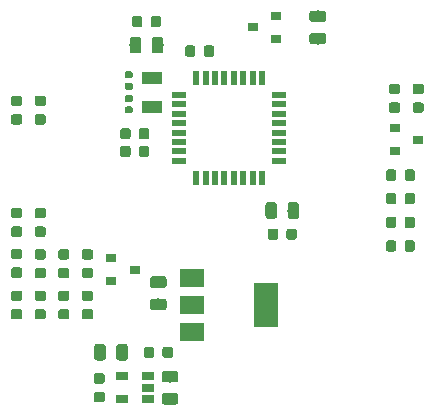
<source format=gtp>
G04 #@! TF.GenerationSoftware,KiCad,Pcbnew,5.0.2-bee76a0~70~ubuntu18.10.1*
G04 #@! TF.CreationDate,2019-06-30T16:33:55+01:00*
G04 #@! TF.ProjectId,xbee-sensor,78626565-2d73-4656-9e73-6f722e6b6963,rev?*
G04 #@! TF.SameCoordinates,Original*
G04 #@! TF.FileFunction,Paste,Top*
G04 #@! TF.FilePolarity,Positive*
%FSLAX46Y46*%
G04 Gerber Fmt 4.6, Leading zero omitted, Abs format (unit mm)*
G04 Created by KiCad (PCBNEW 5.0.2-bee76a0~70~ubuntu18.10.1) date Sun 30 Jun 2019 16:33:55 BST*
%MOMM*%
%LPD*%
G01*
G04 APERTURE LIST*
%ADD10C,0.100000*%
%ADD11C,0.975000*%
%ADD12C,0.875000*%
%ADD13C,0.590000*%
%ADD14R,0.900000X0.800000*%
%ADD15R,2.000000X3.800000*%
%ADD16R,2.000000X1.500000*%
%ADD17R,1.060000X0.650000*%
%ADD18R,1.200000X0.600000*%
%ADD19R,0.600000X1.200000*%
%ADD20R,1.800000X1.000000*%
G04 APERTURE END LIST*
D10*
G04 #@! TO.C,C1*
G36*
X133205142Y-105301174D02*
X133228803Y-105304684D01*
X133252007Y-105310496D01*
X133274529Y-105318554D01*
X133296153Y-105328782D01*
X133316670Y-105341079D01*
X133335883Y-105355329D01*
X133353607Y-105371393D01*
X133369671Y-105389117D01*
X133383921Y-105408330D01*
X133396218Y-105428847D01*
X133406446Y-105450471D01*
X133414504Y-105472993D01*
X133420316Y-105496197D01*
X133423826Y-105519858D01*
X133425000Y-105543750D01*
X133425000Y-106456250D01*
X133423826Y-106480142D01*
X133420316Y-106503803D01*
X133414504Y-106527007D01*
X133406446Y-106549529D01*
X133396218Y-106571153D01*
X133383921Y-106591670D01*
X133369671Y-106610883D01*
X133353607Y-106628607D01*
X133335883Y-106644671D01*
X133316670Y-106658921D01*
X133296153Y-106671218D01*
X133274529Y-106681446D01*
X133252007Y-106689504D01*
X133228803Y-106695316D01*
X133205142Y-106698826D01*
X133181250Y-106700000D01*
X132693750Y-106700000D01*
X132669858Y-106698826D01*
X132646197Y-106695316D01*
X132622993Y-106689504D01*
X132600471Y-106681446D01*
X132578847Y-106671218D01*
X132558330Y-106658921D01*
X132539117Y-106644671D01*
X132521393Y-106628607D01*
X132505329Y-106610883D01*
X132491079Y-106591670D01*
X132478782Y-106571153D01*
X132468554Y-106549529D01*
X132460496Y-106527007D01*
X132454684Y-106503803D01*
X132451174Y-106480142D01*
X132450000Y-106456250D01*
X132450000Y-105543750D01*
X132451174Y-105519858D01*
X132454684Y-105496197D01*
X132460496Y-105472993D01*
X132468554Y-105450471D01*
X132478782Y-105428847D01*
X132491079Y-105408330D01*
X132505329Y-105389117D01*
X132521393Y-105371393D01*
X132539117Y-105355329D01*
X132558330Y-105341079D01*
X132578847Y-105328782D01*
X132600471Y-105318554D01*
X132622993Y-105310496D01*
X132646197Y-105304684D01*
X132669858Y-105301174D01*
X132693750Y-105300000D01*
X133181250Y-105300000D01*
X133205142Y-105301174D01*
X133205142Y-105301174D01*
G37*
D11*
X132937500Y-106000000D03*
D10*
G36*
X131330142Y-105301174D02*
X131353803Y-105304684D01*
X131377007Y-105310496D01*
X131399529Y-105318554D01*
X131421153Y-105328782D01*
X131441670Y-105341079D01*
X131460883Y-105355329D01*
X131478607Y-105371393D01*
X131494671Y-105389117D01*
X131508921Y-105408330D01*
X131521218Y-105428847D01*
X131531446Y-105450471D01*
X131539504Y-105472993D01*
X131545316Y-105496197D01*
X131548826Y-105519858D01*
X131550000Y-105543750D01*
X131550000Y-106456250D01*
X131548826Y-106480142D01*
X131545316Y-106503803D01*
X131539504Y-106527007D01*
X131531446Y-106549529D01*
X131521218Y-106571153D01*
X131508921Y-106591670D01*
X131494671Y-106610883D01*
X131478607Y-106628607D01*
X131460883Y-106644671D01*
X131441670Y-106658921D01*
X131421153Y-106671218D01*
X131399529Y-106681446D01*
X131377007Y-106689504D01*
X131353803Y-106695316D01*
X131330142Y-106698826D01*
X131306250Y-106700000D01*
X130818750Y-106700000D01*
X130794858Y-106698826D01*
X130771197Y-106695316D01*
X130747993Y-106689504D01*
X130725471Y-106681446D01*
X130703847Y-106671218D01*
X130683330Y-106658921D01*
X130664117Y-106644671D01*
X130646393Y-106628607D01*
X130630329Y-106610883D01*
X130616079Y-106591670D01*
X130603782Y-106571153D01*
X130593554Y-106549529D01*
X130585496Y-106527007D01*
X130579684Y-106503803D01*
X130576174Y-106480142D01*
X130575000Y-106456250D01*
X130575000Y-105543750D01*
X130576174Y-105519858D01*
X130579684Y-105496197D01*
X130585496Y-105472993D01*
X130593554Y-105450471D01*
X130603782Y-105428847D01*
X130616079Y-105408330D01*
X130630329Y-105389117D01*
X130646393Y-105371393D01*
X130664117Y-105355329D01*
X130683330Y-105341079D01*
X130703847Y-105328782D01*
X130725471Y-105318554D01*
X130747993Y-105310496D01*
X130771197Y-105304684D01*
X130794858Y-105301174D01*
X130818750Y-105300000D01*
X131306250Y-105300000D01*
X131330142Y-105301174D01*
X131330142Y-105301174D01*
G37*
D11*
X131062500Y-106000000D03*
G04 #@! TD*
D10*
G04 #@! TO.C,C2*
G36*
X137480142Y-107576174D02*
X137503803Y-107579684D01*
X137527007Y-107585496D01*
X137549529Y-107593554D01*
X137571153Y-107603782D01*
X137591670Y-107616079D01*
X137610883Y-107630329D01*
X137628607Y-107646393D01*
X137644671Y-107664117D01*
X137658921Y-107683330D01*
X137671218Y-107703847D01*
X137681446Y-107725471D01*
X137689504Y-107747993D01*
X137695316Y-107771197D01*
X137698826Y-107794858D01*
X137700000Y-107818750D01*
X137700000Y-108306250D01*
X137698826Y-108330142D01*
X137695316Y-108353803D01*
X137689504Y-108377007D01*
X137681446Y-108399529D01*
X137671218Y-108421153D01*
X137658921Y-108441670D01*
X137644671Y-108460883D01*
X137628607Y-108478607D01*
X137610883Y-108494671D01*
X137591670Y-108508921D01*
X137571153Y-108521218D01*
X137549529Y-108531446D01*
X137527007Y-108539504D01*
X137503803Y-108545316D01*
X137480142Y-108548826D01*
X137456250Y-108550000D01*
X136543750Y-108550000D01*
X136519858Y-108548826D01*
X136496197Y-108545316D01*
X136472993Y-108539504D01*
X136450471Y-108531446D01*
X136428847Y-108521218D01*
X136408330Y-108508921D01*
X136389117Y-108494671D01*
X136371393Y-108478607D01*
X136355329Y-108460883D01*
X136341079Y-108441670D01*
X136328782Y-108421153D01*
X136318554Y-108399529D01*
X136310496Y-108377007D01*
X136304684Y-108353803D01*
X136301174Y-108330142D01*
X136300000Y-108306250D01*
X136300000Y-107818750D01*
X136301174Y-107794858D01*
X136304684Y-107771197D01*
X136310496Y-107747993D01*
X136318554Y-107725471D01*
X136328782Y-107703847D01*
X136341079Y-107683330D01*
X136355329Y-107664117D01*
X136371393Y-107646393D01*
X136389117Y-107630329D01*
X136408330Y-107616079D01*
X136428847Y-107603782D01*
X136450471Y-107593554D01*
X136472993Y-107585496D01*
X136496197Y-107579684D01*
X136519858Y-107576174D01*
X136543750Y-107575000D01*
X137456250Y-107575000D01*
X137480142Y-107576174D01*
X137480142Y-107576174D01*
G37*
D11*
X137000000Y-108062500D03*
D10*
G36*
X137480142Y-109451174D02*
X137503803Y-109454684D01*
X137527007Y-109460496D01*
X137549529Y-109468554D01*
X137571153Y-109478782D01*
X137591670Y-109491079D01*
X137610883Y-109505329D01*
X137628607Y-109521393D01*
X137644671Y-109539117D01*
X137658921Y-109558330D01*
X137671218Y-109578847D01*
X137681446Y-109600471D01*
X137689504Y-109622993D01*
X137695316Y-109646197D01*
X137698826Y-109669858D01*
X137700000Y-109693750D01*
X137700000Y-110181250D01*
X137698826Y-110205142D01*
X137695316Y-110228803D01*
X137689504Y-110252007D01*
X137681446Y-110274529D01*
X137671218Y-110296153D01*
X137658921Y-110316670D01*
X137644671Y-110335883D01*
X137628607Y-110353607D01*
X137610883Y-110369671D01*
X137591670Y-110383921D01*
X137571153Y-110396218D01*
X137549529Y-110406446D01*
X137527007Y-110414504D01*
X137503803Y-110420316D01*
X137480142Y-110423826D01*
X137456250Y-110425000D01*
X136543750Y-110425000D01*
X136519858Y-110423826D01*
X136496197Y-110420316D01*
X136472993Y-110414504D01*
X136450471Y-110406446D01*
X136428847Y-110396218D01*
X136408330Y-110383921D01*
X136389117Y-110369671D01*
X136371393Y-110353607D01*
X136355329Y-110335883D01*
X136341079Y-110316670D01*
X136328782Y-110296153D01*
X136318554Y-110274529D01*
X136310496Y-110252007D01*
X136304684Y-110228803D01*
X136301174Y-110205142D01*
X136300000Y-110181250D01*
X136300000Y-109693750D01*
X136301174Y-109669858D01*
X136304684Y-109646197D01*
X136310496Y-109622993D01*
X136318554Y-109600471D01*
X136328782Y-109578847D01*
X136341079Y-109558330D01*
X136355329Y-109539117D01*
X136371393Y-109521393D01*
X136389117Y-109505329D01*
X136408330Y-109491079D01*
X136428847Y-109478782D01*
X136450471Y-109468554D01*
X136472993Y-109460496D01*
X136496197Y-109454684D01*
X136519858Y-109451174D01*
X136543750Y-109450000D01*
X137456250Y-109450000D01*
X137480142Y-109451174D01*
X137480142Y-109451174D01*
G37*
D11*
X137000000Y-109937500D03*
G04 #@! TD*
D10*
G04 #@! TO.C,C3*
G36*
X135452691Y-105526053D02*
X135473926Y-105529203D01*
X135494750Y-105534419D01*
X135514962Y-105541651D01*
X135534368Y-105550830D01*
X135552781Y-105561866D01*
X135570024Y-105574654D01*
X135585930Y-105589070D01*
X135600346Y-105604976D01*
X135613134Y-105622219D01*
X135624170Y-105640632D01*
X135633349Y-105660038D01*
X135640581Y-105680250D01*
X135645797Y-105701074D01*
X135648947Y-105722309D01*
X135650000Y-105743750D01*
X135650000Y-106256250D01*
X135648947Y-106277691D01*
X135645797Y-106298926D01*
X135640581Y-106319750D01*
X135633349Y-106339962D01*
X135624170Y-106359368D01*
X135613134Y-106377781D01*
X135600346Y-106395024D01*
X135585930Y-106410930D01*
X135570024Y-106425346D01*
X135552781Y-106438134D01*
X135534368Y-106449170D01*
X135514962Y-106458349D01*
X135494750Y-106465581D01*
X135473926Y-106470797D01*
X135452691Y-106473947D01*
X135431250Y-106475000D01*
X134993750Y-106475000D01*
X134972309Y-106473947D01*
X134951074Y-106470797D01*
X134930250Y-106465581D01*
X134910038Y-106458349D01*
X134890632Y-106449170D01*
X134872219Y-106438134D01*
X134854976Y-106425346D01*
X134839070Y-106410930D01*
X134824654Y-106395024D01*
X134811866Y-106377781D01*
X134800830Y-106359368D01*
X134791651Y-106339962D01*
X134784419Y-106319750D01*
X134779203Y-106298926D01*
X134776053Y-106277691D01*
X134775000Y-106256250D01*
X134775000Y-105743750D01*
X134776053Y-105722309D01*
X134779203Y-105701074D01*
X134784419Y-105680250D01*
X134791651Y-105660038D01*
X134800830Y-105640632D01*
X134811866Y-105622219D01*
X134824654Y-105604976D01*
X134839070Y-105589070D01*
X134854976Y-105574654D01*
X134872219Y-105561866D01*
X134890632Y-105550830D01*
X134910038Y-105541651D01*
X134930250Y-105534419D01*
X134951074Y-105529203D01*
X134972309Y-105526053D01*
X134993750Y-105525000D01*
X135431250Y-105525000D01*
X135452691Y-105526053D01*
X135452691Y-105526053D01*
G37*
D12*
X135212500Y-106000000D03*
D10*
G36*
X137027691Y-105526053D02*
X137048926Y-105529203D01*
X137069750Y-105534419D01*
X137089962Y-105541651D01*
X137109368Y-105550830D01*
X137127781Y-105561866D01*
X137145024Y-105574654D01*
X137160930Y-105589070D01*
X137175346Y-105604976D01*
X137188134Y-105622219D01*
X137199170Y-105640632D01*
X137208349Y-105660038D01*
X137215581Y-105680250D01*
X137220797Y-105701074D01*
X137223947Y-105722309D01*
X137225000Y-105743750D01*
X137225000Y-106256250D01*
X137223947Y-106277691D01*
X137220797Y-106298926D01*
X137215581Y-106319750D01*
X137208349Y-106339962D01*
X137199170Y-106359368D01*
X137188134Y-106377781D01*
X137175346Y-106395024D01*
X137160930Y-106410930D01*
X137145024Y-106425346D01*
X137127781Y-106438134D01*
X137109368Y-106449170D01*
X137089962Y-106458349D01*
X137069750Y-106465581D01*
X137048926Y-106470797D01*
X137027691Y-106473947D01*
X137006250Y-106475000D01*
X136568750Y-106475000D01*
X136547309Y-106473947D01*
X136526074Y-106470797D01*
X136505250Y-106465581D01*
X136485038Y-106458349D01*
X136465632Y-106449170D01*
X136447219Y-106438134D01*
X136429976Y-106425346D01*
X136414070Y-106410930D01*
X136399654Y-106395024D01*
X136386866Y-106377781D01*
X136375830Y-106359368D01*
X136366651Y-106339962D01*
X136359419Y-106319750D01*
X136354203Y-106298926D01*
X136351053Y-106277691D01*
X136350000Y-106256250D01*
X136350000Y-105743750D01*
X136351053Y-105722309D01*
X136354203Y-105701074D01*
X136359419Y-105680250D01*
X136366651Y-105660038D01*
X136375830Y-105640632D01*
X136386866Y-105622219D01*
X136399654Y-105604976D01*
X136414070Y-105589070D01*
X136429976Y-105574654D01*
X136447219Y-105561866D01*
X136465632Y-105550830D01*
X136485038Y-105541651D01*
X136505250Y-105534419D01*
X136526074Y-105529203D01*
X136547309Y-105526053D01*
X136568750Y-105525000D01*
X137006250Y-105525000D01*
X137027691Y-105526053D01*
X137027691Y-105526053D01*
G37*
D12*
X136787500Y-106000000D03*
G04 #@! TD*
D10*
G04 #@! TO.C,C4*
G36*
X136480142Y-99576174D02*
X136503803Y-99579684D01*
X136527007Y-99585496D01*
X136549529Y-99593554D01*
X136571153Y-99603782D01*
X136591670Y-99616079D01*
X136610883Y-99630329D01*
X136628607Y-99646393D01*
X136644671Y-99664117D01*
X136658921Y-99683330D01*
X136671218Y-99703847D01*
X136681446Y-99725471D01*
X136689504Y-99747993D01*
X136695316Y-99771197D01*
X136698826Y-99794858D01*
X136700000Y-99818750D01*
X136700000Y-100306250D01*
X136698826Y-100330142D01*
X136695316Y-100353803D01*
X136689504Y-100377007D01*
X136681446Y-100399529D01*
X136671218Y-100421153D01*
X136658921Y-100441670D01*
X136644671Y-100460883D01*
X136628607Y-100478607D01*
X136610883Y-100494671D01*
X136591670Y-100508921D01*
X136571153Y-100521218D01*
X136549529Y-100531446D01*
X136527007Y-100539504D01*
X136503803Y-100545316D01*
X136480142Y-100548826D01*
X136456250Y-100550000D01*
X135543750Y-100550000D01*
X135519858Y-100548826D01*
X135496197Y-100545316D01*
X135472993Y-100539504D01*
X135450471Y-100531446D01*
X135428847Y-100521218D01*
X135408330Y-100508921D01*
X135389117Y-100494671D01*
X135371393Y-100478607D01*
X135355329Y-100460883D01*
X135341079Y-100441670D01*
X135328782Y-100421153D01*
X135318554Y-100399529D01*
X135310496Y-100377007D01*
X135304684Y-100353803D01*
X135301174Y-100330142D01*
X135300000Y-100306250D01*
X135300000Y-99818750D01*
X135301174Y-99794858D01*
X135304684Y-99771197D01*
X135310496Y-99747993D01*
X135318554Y-99725471D01*
X135328782Y-99703847D01*
X135341079Y-99683330D01*
X135355329Y-99664117D01*
X135371393Y-99646393D01*
X135389117Y-99630329D01*
X135408330Y-99616079D01*
X135428847Y-99603782D01*
X135450471Y-99593554D01*
X135472993Y-99585496D01*
X135496197Y-99579684D01*
X135519858Y-99576174D01*
X135543750Y-99575000D01*
X136456250Y-99575000D01*
X136480142Y-99576174D01*
X136480142Y-99576174D01*
G37*
D11*
X136000000Y-100062500D03*
D10*
G36*
X136480142Y-101451174D02*
X136503803Y-101454684D01*
X136527007Y-101460496D01*
X136549529Y-101468554D01*
X136571153Y-101478782D01*
X136591670Y-101491079D01*
X136610883Y-101505329D01*
X136628607Y-101521393D01*
X136644671Y-101539117D01*
X136658921Y-101558330D01*
X136671218Y-101578847D01*
X136681446Y-101600471D01*
X136689504Y-101622993D01*
X136695316Y-101646197D01*
X136698826Y-101669858D01*
X136700000Y-101693750D01*
X136700000Y-102181250D01*
X136698826Y-102205142D01*
X136695316Y-102228803D01*
X136689504Y-102252007D01*
X136681446Y-102274529D01*
X136671218Y-102296153D01*
X136658921Y-102316670D01*
X136644671Y-102335883D01*
X136628607Y-102353607D01*
X136610883Y-102369671D01*
X136591670Y-102383921D01*
X136571153Y-102396218D01*
X136549529Y-102406446D01*
X136527007Y-102414504D01*
X136503803Y-102420316D01*
X136480142Y-102423826D01*
X136456250Y-102425000D01*
X135543750Y-102425000D01*
X135519858Y-102423826D01*
X135496197Y-102420316D01*
X135472993Y-102414504D01*
X135450471Y-102406446D01*
X135428847Y-102396218D01*
X135408330Y-102383921D01*
X135389117Y-102369671D01*
X135371393Y-102353607D01*
X135355329Y-102335883D01*
X135341079Y-102316670D01*
X135328782Y-102296153D01*
X135318554Y-102274529D01*
X135310496Y-102252007D01*
X135304684Y-102228803D01*
X135301174Y-102205142D01*
X135300000Y-102181250D01*
X135300000Y-101693750D01*
X135301174Y-101669858D01*
X135304684Y-101646197D01*
X135310496Y-101622993D01*
X135318554Y-101600471D01*
X135328782Y-101578847D01*
X135341079Y-101558330D01*
X135355329Y-101539117D01*
X135371393Y-101521393D01*
X135389117Y-101505329D01*
X135408330Y-101491079D01*
X135428847Y-101478782D01*
X135450471Y-101468554D01*
X135472993Y-101460496D01*
X135496197Y-101454684D01*
X135519858Y-101451174D01*
X135543750Y-101450000D01*
X136456250Y-101450000D01*
X136480142Y-101451174D01*
X136480142Y-101451174D01*
G37*
D11*
X136000000Y-101937500D03*
G04 #@! TD*
D10*
G04 #@! TO.C,C5*
G36*
X147705142Y-93301174D02*
X147728803Y-93304684D01*
X147752007Y-93310496D01*
X147774529Y-93318554D01*
X147796153Y-93328782D01*
X147816670Y-93341079D01*
X147835883Y-93355329D01*
X147853607Y-93371393D01*
X147869671Y-93389117D01*
X147883921Y-93408330D01*
X147896218Y-93428847D01*
X147906446Y-93450471D01*
X147914504Y-93472993D01*
X147920316Y-93496197D01*
X147923826Y-93519858D01*
X147925000Y-93543750D01*
X147925000Y-94456250D01*
X147923826Y-94480142D01*
X147920316Y-94503803D01*
X147914504Y-94527007D01*
X147906446Y-94549529D01*
X147896218Y-94571153D01*
X147883921Y-94591670D01*
X147869671Y-94610883D01*
X147853607Y-94628607D01*
X147835883Y-94644671D01*
X147816670Y-94658921D01*
X147796153Y-94671218D01*
X147774529Y-94681446D01*
X147752007Y-94689504D01*
X147728803Y-94695316D01*
X147705142Y-94698826D01*
X147681250Y-94700000D01*
X147193750Y-94700000D01*
X147169858Y-94698826D01*
X147146197Y-94695316D01*
X147122993Y-94689504D01*
X147100471Y-94681446D01*
X147078847Y-94671218D01*
X147058330Y-94658921D01*
X147039117Y-94644671D01*
X147021393Y-94628607D01*
X147005329Y-94610883D01*
X146991079Y-94591670D01*
X146978782Y-94571153D01*
X146968554Y-94549529D01*
X146960496Y-94527007D01*
X146954684Y-94503803D01*
X146951174Y-94480142D01*
X146950000Y-94456250D01*
X146950000Y-93543750D01*
X146951174Y-93519858D01*
X146954684Y-93496197D01*
X146960496Y-93472993D01*
X146968554Y-93450471D01*
X146978782Y-93428847D01*
X146991079Y-93408330D01*
X147005329Y-93389117D01*
X147021393Y-93371393D01*
X147039117Y-93355329D01*
X147058330Y-93341079D01*
X147078847Y-93328782D01*
X147100471Y-93318554D01*
X147122993Y-93310496D01*
X147146197Y-93304684D01*
X147169858Y-93301174D01*
X147193750Y-93300000D01*
X147681250Y-93300000D01*
X147705142Y-93301174D01*
X147705142Y-93301174D01*
G37*
D11*
X147437500Y-94000000D03*
D10*
G36*
X145830142Y-93301174D02*
X145853803Y-93304684D01*
X145877007Y-93310496D01*
X145899529Y-93318554D01*
X145921153Y-93328782D01*
X145941670Y-93341079D01*
X145960883Y-93355329D01*
X145978607Y-93371393D01*
X145994671Y-93389117D01*
X146008921Y-93408330D01*
X146021218Y-93428847D01*
X146031446Y-93450471D01*
X146039504Y-93472993D01*
X146045316Y-93496197D01*
X146048826Y-93519858D01*
X146050000Y-93543750D01*
X146050000Y-94456250D01*
X146048826Y-94480142D01*
X146045316Y-94503803D01*
X146039504Y-94527007D01*
X146031446Y-94549529D01*
X146021218Y-94571153D01*
X146008921Y-94591670D01*
X145994671Y-94610883D01*
X145978607Y-94628607D01*
X145960883Y-94644671D01*
X145941670Y-94658921D01*
X145921153Y-94671218D01*
X145899529Y-94681446D01*
X145877007Y-94689504D01*
X145853803Y-94695316D01*
X145830142Y-94698826D01*
X145806250Y-94700000D01*
X145318750Y-94700000D01*
X145294858Y-94698826D01*
X145271197Y-94695316D01*
X145247993Y-94689504D01*
X145225471Y-94681446D01*
X145203847Y-94671218D01*
X145183330Y-94658921D01*
X145164117Y-94644671D01*
X145146393Y-94628607D01*
X145130329Y-94610883D01*
X145116079Y-94591670D01*
X145103782Y-94571153D01*
X145093554Y-94549529D01*
X145085496Y-94527007D01*
X145079684Y-94503803D01*
X145076174Y-94480142D01*
X145075000Y-94456250D01*
X145075000Y-93543750D01*
X145076174Y-93519858D01*
X145079684Y-93496197D01*
X145085496Y-93472993D01*
X145093554Y-93450471D01*
X145103782Y-93428847D01*
X145116079Y-93408330D01*
X145130329Y-93389117D01*
X145146393Y-93371393D01*
X145164117Y-93355329D01*
X145183330Y-93341079D01*
X145203847Y-93328782D01*
X145225471Y-93318554D01*
X145247993Y-93310496D01*
X145271197Y-93304684D01*
X145294858Y-93301174D01*
X145318750Y-93300000D01*
X145806250Y-93300000D01*
X145830142Y-93301174D01*
X145830142Y-93301174D01*
G37*
D11*
X145562500Y-94000000D03*
G04 #@! TD*
D10*
G04 #@! TO.C,C6*
G36*
X136205142Y-79301174D02*
X136228803Y-79304684D01*
X136252007Y-79310496D01*
X136274529Y-79318554D01*
X136296153Y-79328782D01*
X136316670Y-79341079D01*
X136335883Y-79355329D01*
X136353607Y-79371393D01*
X136369671Y-79389117D01*
X136383921Y-79408330D01*
X136396218Y-79428847D01*
X136406446Y-79450471D01*
X136414504Y-79472993D01*
X136420316Y-79496197D01*
X136423826Y-79519858D01*
X136425000Y-79543750D01*
X136425000Y-80456250D01*
X136423826Y-80480142D01*
X136420316Y-80503803D01*
X136414504Y-80527007D01*
X136406446Y-80549529D01*
X136396218Y-80571153D01*
X136383921Y-80591670D01*
X136369671Y-80610883D01*
X136353607Y-80628607D01*
X136335883Y-80644671D01*
X136316670Y-80658921D01*
X136296153Y-80671218D01*
X136274529Y-80681446D01*
X136252007Y-80689504D01*
X136228803Y-80695316D01*
X136205142Y-80698826D01*
X136181250Y-80700000D01*
X135693750Y-80700000D01*
X135669858Y-80698826D01*
X135646197Y-80695316D01*
X135622993Y-80689504D01*
X135600471Y-80681446D01*
X135578847Y-80671218D01*
X135558330Y-80658921D01*
X135539117Y-80644671D01*
X135521393Y-80628607D01*
X135505329Y-80610883D01*
X135491079Y-80591670D01*
X135478782Y-80571153D01*
X135468554Y-80549529D01*
X135460496Y-80527007D01*
X135454684Y-80503803D01*
X135451174Y-80480142D01*
X135450000Y-80456250D01*
X135450000Y-79543750D01*
X135451174Y-79519858D01*
X135454684Y-79496197D01*
X135460496Y-79472993D01*
X135468554Y-79450471D01*
X135478782Y-79428847D01*
X135491079Y-79408330D01*
X135505329Y-79389117D01*
X135521393Y-79371393D01*
X135539117Y-79355329D01*
X135558330Y-79341079D01*
X135578847Y-79328782D01*
X135600471Y-79318554D01*
X135622993Y-79310496D01*
X135646197Y-79304684D01*
X135669858Y-79301174D01*
X135693750Y-79300000D01*
X136181250Y-79300000D01*
X136205142Y-79301174D01*
X136205142Y-79301174D01*
G37*
D11*
X135937500Y-80000000D03*
D10*
G36*
X134330142Y-79301174D02*
X134353803Y-79304684D01*
X134377007Y-79310496D01*
X134399529Y-79318554D01*
X134421153Y-79328782D01*
X134441670Y-79341079D01*
X134460883Y-79355329D01*
X134478607Y-79371393D01*
X134494671Y-79389117D01*
X134508921Y-79408330D01*
X134521218Y-79428847D01*
X134531446Y-79450471D01*
X134539504Y-79472993D01*
X134545316Y-79496197D01*
X134548826Y-79519858D01*
X134550000Y-79543750D01*
X134550000Y-80456250D01*
X134548826Y-80480142D01*
X134545316Y-80503803D01*
X134539504Y-80527007D01*
X134531446Y-80549529D01*
X134521218Y-80571153D01*
X134508921Y-80591670D01*
X134494671Y-80610883D01*
X134478607Y-80628607D01*
X134460883Y-80644671D01*
X134441670Y-80658921D01*
X134421153Y-80671218D01*
X134399529Y-80681446D01*
X134377007Y-80689504D01*
X134353803Y-80695316D01*
X134330142Y-80698826D01*
X134306250Y-80700000D01*
X133818750Y-80700000D01*
X133794858Y-80698826D01*
X133771197Y-80695316D01*
X133747993Y-80689504D01*
X133725471Y-80681446D01*
X133703847Y-80671218D01*
X133683330Y-80658921D01*
X133664117Y-80644671D01*
X133646393Y-80628607D01*
X133630329Y-80610883D01*
X133616079Y-80591670D01*
X133603782Y-80571153D01*
X133593554Y-80549529D01*
X133585496Y-80527007D01*
X133579684Y-80503803D01*
X133576174Y-80480142D01*
X133575000Y-80456250D01*
X133575000Y-79543750D01*
X133576174Y-79519858D01*
X133579684Y-79496197D01*
X133585496Y-79472993D01*
X133593554Y-79450471D01*
X133603782Y-79428847D01*
X133616079Y-79408330D01*
X133630329Y-79389117D01*
X133646393Y-79371393D01*
X133664117Y-79355329D01*
X133683330Y-79341079D01*
X133703847Y-79328782D01*
X133725471Y-79318554D01*
X133747993Y-79310496D01*
X133771197Y-79304684D01*
X133794858Y-79301174D01*
X133818750Y-79300000D01*
X134306250Y-79300000D01*
X134330142Y-79301174D01*
X134330142Y-79301174D01*
G37*
D11*
X134062500Y-80000000D03*
G04 #@! TD*
D10*
G04 #@! TO.C,C7*
G36*
X134452691Y-77526053D02*
X134473926Y-77529203D01*
X134494750Y-77534419D01*
X134514962Y-77541651D01*
X134534368Y-77550830D01*
X134552781Y-77561866D01*
X134570024Y-77574654D01*
X134585930Y-77589070D01*
X134600346Y-77604976D01*
X134613134Y-77622219D01*
X134624170Y-77640632D01*
X134633349Y-77660038D01*
X134640581Y-77680250D01*
X134645797Y-77701074D01*
X134648947Y-77722309D01*
X134650000Y-77743750D01*
X134650000Y-78256250D01*
X134648947Y-78277691D01*
X134645797Y-78298926D01*
X134640581Y-78319750D01*
X134633349Y-78339962D01*
X134624170Y-78359368D01*
X134613134Y-78377781D01*
X134600346Y-78395024D01*
X134585930Y-78410930D01*
X134570024Y-78425346D01*
X134552781Y-78438134D01*
X134534368Y-78449170D01*
X134514962Y-78458349D01*
X134494750Y-78465581D01*
X134473926Y-78470797D01*
X134452691Y-78473947D01*
X134431250Y-78475000D01*
X133993750Y-78475000D01*
X133972309Y-78473947D01*
X133951074Y-78470797D01*
X133930250Y-78465581D01*
X133910038Y-78458349D01*
X133890632Y-78449170D01*
X133872219Y-78438134D01*
X133854976Y-78425346D01*
X133839070Y-78410930D01*
X133824654Y-78395024D01*
X133811866Y-78377781D01*
X133800830Y-78359368D01*
X133791651Y-78339962D01*
X133784419Y-78319750D01*
X133779203Y-78298926D01*
X133776053Y-78277691D01*
X133775000Y-78256250D01*
X133775000Y-77743750D01*
X133776053Y-77722309D01*
X133779203Y-77701074D01*
X133784419Y-77680250D01*
X133791651Y-77660038D01*
X133800830Y-77640632D01*
X133811866Y-77622219D01*
X133824654Y-77604976D01*
X133839070Y-77589070D01*
X133854976Y-77574654D01*
X133872219Y-77561866D01*
X133890632Y-77550830D01*
X133910038Y-77541651D01*
X133930250Y-77534419D01*
X133951074Y-77529203D01*
X133972309Y-77526053D01*
X133993750Y-77525000D01*
X134431250Y-77525000D01*
X134452691Y-77526053D01*
X134452691Y-77526053D01*
G37*
D12*
X134212500Y-78000000D03*
D10*
G36*
X136027691Y-77526053D02*
X136048926Y-77529203D01*
X136069750Y-77534419D01*
X136089962Y-77541651D01*
X136109368Y-77550830D01*
X136127781Y-77561866D01*
X136145024Y-77574654D01*
X136160930Y-77589070D01*
X136175346Y-77604976D01*
X136188134Y-77622219D01*
X136199170Y-77640632D01*
X136208349Y-77660038D01*
X136215581Y-77680250D01*
X136220797Y-77701074D01*
X136223947Y-77722309D01*
X136225000Y-77743750D01*
X136225000Y-78256250D01*
X136223947Y-78277691D01*
X136220797Y-78298926D01*
X136215581Y-78319750D01*
X136208349Y-78339962D01*
X136199170Y-78359368D01*
X136188134Y-78377781D01*
X136175346Y-78395024D01*
X136160930Y-78410930D01*
X136145024Y-78425346D01*
X136127781Y-78438134D01*
X136109368Y-78449170D01*
X136089962Y-78458349D01*
X136069750Y-78465581D01*
X136048926Y-78470797D01*
X136027691Y-78473947D01*
X136006250Y-78475000D01*
X135568750Y-78475000D01*
X135547309Y-78473947D01*
X135526074Y-78470797D01*
X135505250Y-78465581D01*
X135485038Y-78458349D01*
X135465632Y-78449170D01*
X135447219Y-78438134D01*
X135429976Y-78425346D01*
X135414070Y-78410930D01*
X135399654Y-78395024D01*
X135386866Y-78377781D01*
X135375830Y-78359368D01*
X135366651Y-78339962D01*
X135359419Y-78319750D01*
X135354203Y-78298926D01*
X135351053Y-78277691D01*
X135350000Y-78256250D01*
X135350000Y-77743750D01*
X135351053Y-77722309D01*
X135354203Y-77701074D01*
X135359419Y-77680250D01*
X135366651Y-77660038D01*
X135375830Y-77640632D01*
X135386866Y-77622219D01*
X135399654Y-77604976D01*
X135414070Y-77589070D01*
X135429976Y-77574654D01*
X135447219Y-77561866D01*
X135465632Y-77550830D01*
X135485038Y-77541651D01*
X135505250Y-77534419D01*
X135526074Y-77529203D01*
X135547309Y-77526053D01*
X135568750Y-77525000D01*
X136006250Y-77525000D01*
X136027691Y-77526053D01*
X136027691Y-77526053D01*
G37*
D12*
X135787500Y-78000000D03*
G04 #@! TD*
D10*
G04 #@! TO.C,C8*
G36*
X147527691Y-95526053D02*
X147548926Y-95529203D01*
X147569750Y-95534419D01*
X147589962Y-95541651D01*
X147609368Y-95550830D01*
X147627781Y-95561866D01*
X147645024Y-95574654D01*
X147660930Y-95589070D01*
X147675346Y-95604976D01*
X147688134Y-95622219D01*
X147699170Y-95640632D01*
X147708349Y-95660038D01*
X147715581Y-95680250D01*
X147720797Y-95701074D01*
X147723947Y-95722309D01*
X147725000Y-95743750D01*
X147725000Y-96256250D01*
X147723947Y-96277691D01*
X147720797Y-96298926D01*
X147715581Y-96319750D01*
X147708349Y-96339962D01*
X147699170Y-96359368D01*
X147688134Y-96377781D01*
X147675346Y-96395024D01*
X147660930Y-96410930D01*
X147645024Y-96425346D01*
X147627781Y-96438134D01*
X147609368Y-96449170D01*
X147589962Y-96458349D01*
X147569750Y-96465581D01*
X147548926Y-96470797D01*
X147527691Y-96473947D01*
X147506250Y-96475000D01*
X147068750Y-96475000D01*
X147047309Y-96473947D01*
X147026074Y-96470797D01*
X147005250Y-96465581D01*
X146985038Y-96458349D01*
X146965632Y-96449170D01*
X146947219Y-96438134D01*
X146929976Y-96425346D01*
X146914070Y-96410930D01*
X146899654Y-96395024D01*
X146886866Y-96377781D01*
X146875830Y-96359368D01*
X146866651Y-96339962D01*
X146859419Y-96319750D01*
X146854203Y-96298926D01*
X146851053Y-96277691D01*
X146850000Y-96256250D01*
X146850000Y-95743750D01*
X146851053Y-95722309D01*
X146854203Y-95701074D01*
X146859419Y-95680250D01*
X146866651Y-95660038D01*
X146875830Y-95640632D01*
X146886866Y-95622219D01*
X146899654Y-95604976D01*
X146914070Y-95589070D01*
X146929976Y-95574654D01*
X146947219Y-95561866D01*
X146965632Y-95550830D01*
X146985038Y-95541651D01*
X147005250Y-95534419D01*
X147026074Y-95529203D01*
X147047309Y-95526053D01*
X147068750Y-95525000D01*
X147506250Y-95525000D01*
X147527691Y-95526053D01*
X147527691Y-95526053D01*
G37*
D12*
X147287500Y-96000000D03*
D10*
G36*
X145952691Y-95526053D02*
X145973926Y-95529203D01*
X145994750Y-95534419D01*
X146014962Y-95541651D01*
X146034368Y-95550830D01*
X146052781Y-95561866D01*
X146070024Y-95574654D01*
X146085930Y-95589070D01*
X146100346Y-95604976D01*
X146113134Y-95622219D01*
X146124170Y-95640632D01*
X146133349Y-95660038D01*
X146140581Y-95680250D01*
X146145797Y-95701074D01*
X146148947Y-95722309D01*
X146150000Y-95743750D01*
X146150000Y-96256250D01*
X146148947Y-96277691D01*
X146145797Y-96298926D01*
X146140581Y-96319750D01*
X146133349Y-96339962D01*
X146124170Y-96359368D01*
X146113134Y-96377781D01*
X146100346Y-96395024D01*
X146085930Y-96410930D01*
X146070024Y-96425346D01*
X146052781Y-96438134D01*
X146034368Y-96449170D01*
X146014962Y-96458349D01*
X145994750Y-96465581D01*
X145973926Y-96470797D01*
X145952691Y-96473947D01*
X145931250Y-96475000D01*
X145493750Y-96475000D01*
X145472309Y-96473947D01*
X145451074Y-96470797D01*
X145430250Y-96465581D01*
X145410038Y-96458349D01*
X145390632Y-96449170D01*
X145372219Y-96438134D01*
X145354976Y-96425346D01*
X145339070Y-96410930D01*
X145324654Y-96395024D01*
X145311866Y-96377781D01*
X145300830Y-96359368D01*
X145291651Y-96339962D01*
X145284419Y-96319750D01*
X145279203Y-96298926D01*
X145276053Y-96277691D01*
X145275000Y-96256250D01*
X145275000Y-95743750D01*
X145276053Y-95722309D01*
X145279203Y-95701074D01*
X145284419Y-95680250D01*
X145291651Y-95660038D01*
X145300830Y-95640632D01*
X145311866Y-95622219D01*
X145324654Y-95604976D01*
X145339070Y-95589070D01*
X145354976Y-95574654D01*
X145372219Y-95561866D01*
X145390632Y-95550830D01*
X145410038Y-95541651D01*
X145430250Y-95534419D01*
X145451074Y-95529203D01*
X145472309Y-95526053D01*
X145493750Y-95525000D01*
X145931250Y-95525000D01*
X145952691Y-95526053D01*
X145952691Y-95526053D01*
G37*
D12*
X145712500Y-96000000D03*
G04 #@! TD*
D10*
G04 #@! TO.C,C9*
G36*
X135027691Y-87026053D02*
X135048926Y-87029203D01*
X135069750Y-87034419D01*
X135089962Y-87041651D01*
X135109368Y-87050830D01*
X135127781Y-87061866D01*
X135145024Y-87074654D01*
X135160930Y-87089070D01*
X135175346Y-87104976D01*
X135188134Y-87122219D01*
X135199170Y-87140632D01*
X135208349Y-87160038D01*
X135215581Y-87180250D01*
X135220797Y-87201074D01*
X135223947Y-87222309D01*
X135225000Y-87243750D01*
X135225000Y-87756250D01*
X135223947Y-87777691D01*
X135220797Y-87798926D01*
X135215581Y-87819750D01*
X135208349Y-87839962D01*
X135199170Y-87859368D01*
X135188134Y-87877781D01*
X135175346Y-87895024D01*
X135160930Y-87910930D01*
X135145024Y-87925346D01*
X135127781Y-87938134D01*
X135109368Y-87949170D01*
X135089962Y-87958349D01*
X135069750Y-87965581D01*
X135048926Y-87970797D01*
X135027691Y-87973947D01*
X135006250Y-87975000D01*
X134568750Y-87975000D01*
X134547309Y-87973947D01*
X134526074Y-87970797D01*
X134505250Y-87965581D01*
X134485038Y-87958349D01*
X134465632Y-87949170D01*
X134447219Y-87938134D01*
X134429976Y-87925346D01*
X134414070Y-87910930D01*
X134399654Y-87895024D01*
X134386866Y-87877781D01*
X134375830Y-87859368D01*
X134366651Y-87839962D01*
X134359419Y-87819750D01*
X134354203Y-87798926D01*
X134351053Y-87777691D01*
X134350000Y-87756250D01*
X134350000Y-87243750D01*
X134351053Y-87222309D01*
X134354203Y-87201074D01*
X134359419Y-87180250D01*
X134366651Y-87160038D01*
X134375830Y-87140632D01*
X134386866Y-87122219D01*
X134399654Y-87104976D01*
X134414070Y-87089070D01*
X134429976Y-87074654D01*
X134447219Y-87061866D01*
X134465632Y-87050830D01*
X134485038Y-87041651D01*
X134505250Y-87034419D01*
X134526074Y-87029203D01*
X134547309Y-87026053D01*
X134568750Y-87025000D01*
X135006250Y-87025000D01*
X135027691Y-87026053D01*
X135027691Y-87026053D01*
G37*
D12*
X134787500Y-87500000D03*
D10*
G36*
X133452691Y-87026053D02*
X133473926Y-87029203D01*
X133494750Y-87034419D01*
X133514962Y-87041651D01*
X133534368Y-87050830D01*
X133552781Y-87061866D01*
X133570024Y-87074654D01*
X133585930Y-87089070D01*
X133600346Y-87104976D01*
X133613134Y-87122219D01*
X133624170Y-87140632D01*
X133633349Y-87160038D01*
X133640581Y-87180250D01*
X133645797Y-87201074D01*
X133648947Y-87222309D01*
X133650000Y-87243750D01*
X133650000Y-87756250D01*
X133648947Y-87777691D01*
X133645797Y-87798926D01*
X133640581Y-87819750D01*
X133633349Y-87839962D01*
X133624170Y-87859368D01*
X133613134Y-87877781D01*
X133600346Y-87895024D01*
X133585930Y-87910930D01*
X133570024Y-87925346D01*
X133552781Y-87938134D01*
X133534368Y-87949170D01*
X133514962Y-87958349D01*
X133494750Y-87965581D01*
X133473926Y-87970797D01*
X133452691Y-87973947D01*
X133431250Y-87975000D01*
X132993750Y-87975000D01*
X132972309Y-87973947D01*
X132951074Y-87970797D01*
X132930250Y-87965581D01*
X132910038Y-87958349D01*
X132890632Y-87949170D01*
X132872219Y-87938134D01*
X132854976Y-87925346D01*
X132839070Y-87910930D01*
X132824654Y-87895024D01*
X132811866Y-87877781D01*
X132800830Y-87859368D01*
X132791651Y-87839962D01*
X132784419Y-87819750D01*
X132779203Y-87798926D01*
X132776053Y-87777691D01*
X132775000Y-87756250D01*
X132775000Y-87243750D01*
X132776053Y-87222309D01*
X132779203Y-87201074D01*
X132784419Y-87180250D01*
X132791651Y-87160038D01*
X132800830Y-87140632D01*
X132811866Y-87122219D01*
X132824654Y-87104976D01*
X132839070Y-87089070D01*
X132854976Y-87074654D01*
X132872219Y-87061866D01*
X132890632Y-87050830D01*
X132910038Y-87041651D01*
X132930250Y-87034419D01*
X132951074Y-87029203D01*
X132972309Y-87026053D01*
X132993750Y-87025000D01*
X133431250Y-87025000D01*
X133452691Y-87026053D01*
X133452691Y-87026053D01*
G37*
D12*
X133212500Y-87500000D03*
G04 #@! TD*
D10*
G04 #@! TO.C,C10*
G36*
X133686958Y-83190710D02*
X133701276Y-83192834D01*
X133715317Y-83196351D01*
X133728946Y-83201228D01*
X133742031Y-83207417D01*
X133754447Y-83214858D01*
X133766073Y-83223481D01*
X133776798Y-83233202D01*
X133786519Y-83243927D01*
X133795142Y-83255553D01*
X133802583Y-83267969D01*
X133808772Y-83281054D01*
X133813649Y-83294683D01*
X133817166Y-83308724D01*
X133819290Y-83323042D01*
X133820000Y-83337500D01*
X133820000Y-83632500D01*
X133819290Y-83646958D01*
X133817166Y-83661276D01*
X133813649Y-83675317D01*
X133808772Y-83688946D01*
X133802583Y-83702031D01*
X133795142Y-83714447D01*
X133786519Y-83726073D01*
X133776798Y-83736798D01*
X133766073Y-83746519D01*
X133754447Y-83755142D01*
X133742031Y-83762583D01*
X133728946Y-83768772D01*
X133715317Y-83773649D01*
X133701276Y-83777166D01*
X133686958Y-83779290D01*
X133672500Y-83780000D01*
X133327500Y-83780000D01*
X133313042Y-83779290D01*
X133298724Y-83777166D01*
X133284683Y-83773649D01*
X133271054Y-83768772D01*
X133257969Y-83762583D01*
X133245553Y-83755142D01*
X133233927Y-83746519D01*
X133223202Y-83736798D01*
X133213481Y-83726073D01*
X133204858Y-83714447D01*
X133197417Y-83702031D01*
X133191228Y-83688946D01*
X133186351Y-83675317D01*
X133182834Y-83661276D01*
X133180710Y-83646958D01*
X133180000Y-83632500D01*
X133180000Y-83337500D01*
X133180710Y-83323042D01*
X133182834Y-83308724D01*
X133186351Y-83294683D01*
X133191228Y-83281054D01*
X133197417Y-83267969D01*
X133204858Y-83255553D01*
X133213481Y-83243927D01*
X133223202Y-83233202D01*
X133233927Y-83223481D01*
X133245553Y-83214858D01*
X133257969Y-83207417D01*
X133271054Y-83201228D01*
X133284683Y-83196351D01*
X133298724Y-83192834D01*
X133313042Y-83190710D01*
X133327500Y-83190000D01*
X133672500Y-83190000D01*
X133686958Y-83190710D01*
X133686958Y-83190710D01*
G37*
D13*
X133500000Y-83485000D03*
D10*
G36*
X133686958Y-82220710D02*
X133701276Y-82222834D01*
X133715317Y-82226351D01*
X133728946Y-82231228D01*
X133742031Y-82237417D01*
X133754447Y-82244858D01*
X133766073Y-82253481D01*
X133776798Y-82263202D01*
X133786519Y-82273927D01*
X133795142Y-82285553D01*
X133802583Y-82297969D01*
X133808772Y-82311054D01*
X133813649Y-82324683D01*
X133817166Y-82338724D01*
X133819290Y-82353042D01*
X133820000Y-82367500D01*
X133820000Y-82662500D01*
X133819290Y-82676958D01*
X133817166Y-82691276D01*
X133813649Y-82705317D01*
X133808772Y-82718946D01*
X133802583Y-82732031D01*
X133795142Y-82744447D01*
X133786519Y-82756073D01*
X133776798Y-82766798D01*
X133766073Y-82776519D01*
X133754447Y-82785142D01*
X133742031Y-82792583D01*
X133728946Y-82798772D01*
X133715317Y-82803649D01*
X133701276Y-82807166D01*
X133686958Y-82809290D01*
X133672500Y-82810000D01*
X133327500Y-82810000D01*
X133313042Y-82809290D01*
X133298724Y-82807166D01*
X133284683Y-82803649D01*
X133271054Y-82798772D01*
X133257969Y-82792583D01*
X133245553Y-82785142D01*
X133233927Y-82776519D01*
X133223202Y-82766798D01*
X133213481Y-82756073D01*
X133204858Y-82744447D01*
X133197417Y-82732031D01*
X133191228Y-82718946D01*
X133186351Y-82705317D01*
X133182834Y-82691276D01*
X133180710Y-82676958D01*
X133180000Y-82662500D01*
X133180000Y-82367500D01*
X133180710Y-82353042D01*
X133182834Y-82338724D01*
X133186351Y-82324683D01*
X133191228Y-82311054D01*
X133197417Y-82297969D01*
X133204858Y-82285553D01*
X133213481Y-82273927D01*
X133223202Y-82263202D01*
X133233927Y-82253481D01*
X133245553Y-82244858D01*
X133257969Y-82237417D01*
X133271054Y-82231228D01*
X133284683Y-82226351D01*
X133298724Y-82222834D01*
X133313042Y-82220710D01*
X133327500Y-82220000D01*
X133672500Y-82220000D01*
X133686958Y-82220710D01*
X133686958Y-82220710D01*
G37*
D13*
X133500000Y-82515000D03*
G04 #@! TD*
D10*
G04 #@! TO.C,C11*
G36*
X133686958Y-85190710D02*
X133701276Y-85192834D01*
X133715317Y-85196351D01*
X133728946Y-85201228D01*
X133742031Y-85207417D01*
X133754447Y-85214858D01*
X133766073Y-85223481D01*
X133776798Y-85233202D01*
X133786519Y-85243927D01*
X133795142Y-85255553D01*
X133802583Y-85267969D01*
X133808772Y-85281054D01*
X133813649Y-85294683D01*
X133817166Y-85308724D01*
X133819290Y-85323042D01*
X133820000Y-85337500D01*
X133820000Y-85632500D01*
X133819290Y-85646958D01*
X133817166Y-85661276D01*
X133813649Y-85675317D01*
X133808772Y-85688946D01*
X133802583Y-85702031D01*
X133795142Y-85714447D01*
X133786519Y-85726073D01*
X133776798Y-85736798D01*
X133766073Y-85746519D01*
X133754447Y-85755142D01*
X133742031Y-85762583D01*
X133728946Y-85768772D01*
X133715317Y-85773649D01*
X133701276Y-85777166D01*
X133686958Y-85779290D01*
X133672500Y-85780000D01*
X133327500Y-85780000D01*
X133313042Y-85779290D01*
X133298724Y-85777166D01*
X133284683Y-85773649D01*
X133271054Y-85768772D01*
X133257969Y-85762583D01*
X133245553Y-85755142D01*
X133233927Y-85746519D01*
X133223202Y-85736798D01*
X133213481Y-85726073D01*
X133204858Y-85714447D01*
X133197417Y-85702031D01*
X133191228Y-85688946D01*
X133186351Y-85675317D01*
X133182834Y-85661276D01*
X133180710Y-85646958D01*
X133180000Y-85632500D01*
X133180000Y-85337500D01*
X133180710Y-85323042D01*
X133182834Y-85308724D01*
X133186351Y-85294683D01*
X133191228Y-85281054D01*
X133197417Y-85267969D01*
X133204858Y-85255553D01*
X133213481Y-85243927D01*
X133223202Y-85233202D01*
X133233927Y-85223481D01*
X133245553Y-85214858D01*
X133257969Y-85207417D01*
X133271054Y-85201228D01*
X133284683Y-85196351D01*
X133298724Y-85192834D01*
X133313042Y-85190710D01*
X133327500Y-85190000D01*
X133672500Y-85190000D01*
X133686958Y-85190710D01*
X133686958Y-85190710D01*
G37*
D13*
X133500000Y-85485000D03*
D10*
G36*
X133686958Y-84220710D02*
X133701276Y-84222834D01*
X133715317Y-84226351D01*
X133728946Y-84231228D01*
X133742031Y-84237417D01*
X133754447Y-84244858D01*
X133766073Y-84253481D01*
X133776798Y-84263202D01*
X133786519Y-84273927D01*
X133795142Y-84285553D01*
X133802583Y-84297969D01*
X133808772Y-84311054D01*
X133813649Y-84324683D01*
X133817166Y-84338724D01*
X133819290Y-84353042D01*
X133820000Y-84367500D01*
X133820000Y-84662500D01*
X133819290Y-84676958D01*
X133817166Y-84691276D01*
X133813649Y-84705317D01*
X133808772Y-84718946D01*
X133802583Y-84732031D01*
X133795142Y-84744447D01*
X133786519Y-84756073D01*
X133776798Y-84766798D01*
X133766073Y-84776519D01*
X133754447Y-84785142D01*
X133742031Y-84792583D01*
X133728946Y-84798772D01*
X133715317Y-84803649D01*
X133701276Y-84807166D01*
X133686958Y-84809290D01*
X133672500Y-84810000D01*
X133327500Y-84810000D01*
X133313042Y-84809290D01*
X133298724Y-84807166D01*
X133284683Y-84803649D01*
X133271054Y-84798772D01*
X133257969Y-84792583D01*
X133245553Y-84785142D01*
X133233927Y-84776519D01*
X133223202Y-84766798D01*
X133213481Y-84756073D01*
X133204858Y-84744447D01*
X133197417Y-84732031D01*
X133191228Y-84718946D01*
X133186351Y-84705317D01*
X133182834Y-84691276D01*
X133180710Y-84676958D01*
X133180000Y-84662500D01*
X133180000Y-84367500D01*
X133180710Y-84353042D01*
X133182834Y-84338724D01*
X133186351Y-84324683D01*
X133191228Y-84311054D01*
X133197417Y-84297969D01*
X133204858Y-84285553D01*
X133213481Y-84273927D01*
X133223202Y-84263202D01*
X133233927Y-84253481D01*
X133245553Y-84244858D01*
X133257969Y-84237417D01*
X133271054Y-84231228D01*
X133284683Y-84226351D01*
X133298724Y-84222834D01*
X133313042Y-84220710D01*
X133327500Y-84220000D01*
X133672500Y-84220000D01*
X133686958Y-84220710D01*
X133686958Y-84220710D01*
G37*
D13*
X133500000Y-84515000D03*
G04 #@! TD*
D10*
G04 #@! TO.C,D1*
G36*
X155952691Y-90526053D02*
X155973926Y-90529203D01*
X155994750Y-90534419D01*
X156014962Y-90541651D01*
X156034368Y-90550830D01*
X156052781Y-90561866D01*
X156070024Y-90574654D01*
X156085930Y-90589070D01*
X156100346Y-90604976D01*
X156113134Y-90622219D01*
X156124170Y-90640632D01*
X156133349Y-90660038D01*
X156140581Y-90680250D01*
X156145797Y-90701074D01*
X156148947Y-90722309D01*
X156150000Y-90743750D01*
X156150000Y-91256250D01*
X156148947Y-91277691D01*
X156145797Y-91298926D01*
X156140581Y-91319750D01*
X156133349Y-91339962D01*
X156124170Y-91359368D01*
X156113134Y-91377781D01*
X156100346Y-91395024D01*
X156085930Y-91410930D01*
X156070024Y-91425346D01*
X156052781Y-91438134D01*
X156034368Y-91449170D01*
X156014962Y-91458349D01*
X155994750Y-91465581D01*
X155973926Y-91470797D01*
X155952691Y-91473947D01*
X155931250Y-91475000D01*
X155493750Y-91475000D01*
X155472309Y-91473947D01*
X155451074Y-91470797D01*
X155430250Y-91465581D01*
X155410038Y-91458349D01*
X155390632Y-91449170D01*
X155372219Y-91438134D01*
X155354976Y-91425346D01*
X155339070Y-91410930D01*
X155324654Y-91395024D01*
X155311866Y-91377781D01*
X155300830Y-91359368D01*
X155291651Y-91339962D01*
X155284419Y-91319750D01*
X155279203Y-91298926D01*
X155276053Y-91277691D01*
X155275000Y-91256250D01*
X155275000Y-90743750D01*
X155276053Y-90722309D01*
X155279203Y-90701074D01*
X155284419Y-90680250D01*
X155291651Y-90660038D01*
X155300830Y-90640632D01*
X155311866Y-90622219D01*
X155324654Y-90604976D01*
X155339070Y-90589070D01*
X155354976Y-90574654D01*
X155372219Y-90561866D01*
X155390632Y-90550830D01*
X155410038Y-90541651D01*
X155430250Y-90534419D01*
X155451074Y-90529203D01*
X155472309Y-90526053D01*
X155493750Y-90525000D01*
X155931250Y-90525000D01*
X155952691Y-90526053D01*
X155952691Y-90526053D01*
G37*
D12*
X155712500Y-91000000D03*
D10*
G36*
X157527691Y-90526053D02*
X157548926Y-90529203D01*
X157569750Y-90534419D01*
X157589962Y-90541651D01*
X157609368Y-90550830D01*
X157627781Y-90561866D01*
X157645024Y-90574654D01*
X157660930Y-90589070D01*
X157675346Y-90604976D01*
X157688134Y-90622219D01*
X157699170Y-90640632D01*
X157708349Y-90660038D01*
X157715581Y-90680250D01*
X157720797Y-90701074D01*
X157723947Y-90722309D01*
X157725000Y-90743750D01*
X157725000Y-91256250D01*
X157723947Y-91277691D01*
X157720797Y-91298926D01*
X157715581Y-91319750D01*
X157708349Y-91339962D01*
X157699170Y-91359368D01*
X157688134Y-91377781D01*
X157675346Y-91395024D01*
X157660930Y-91410930D01*
X157645024Y-91425346D01*
X157627781Y-91438134D01*
X157609368Y-91449170D01*
X157589962Y-91458349D01*
X157569750Y-91465581D01*
X157548926Y-91470797D01*
X157527691Y-91473947D01*
X157506250Y-91475000D01*
X157068750Y-91475000D01*
X157047309Y-91473947D01*
X157026074Y-91470797D01*
X157005250Y-91465581D01*
X156985038Y-91458349D01*
X156965632Y-91449170D01*
X156947219Y-91438134D01*
X156929976Y-91425346D01*
X156914070Y-91410930D01*
X156899654Y-91395024D01*
X156886866Y-91377781D01*
X156875830Y-91359368D01*
X156866651Y-91339962D01*
X156859419Y-91319750D01*
X156854203Y-91298926D01*
X156851053Y-91277691D01*
X156850000Y-91256250D01*
X156850000Y-90743750D01*
X156851053Y-90722309D01*
X156854203Y-90701074D01*
X156859419Y-90680250D01*
X156866651Y-90660038D01*
X156875830Y-90640632D01*
X156886866Y-90622219D01*
X156899654Y-90604976D01*
X156914070Y-90589070D01*
X156929976Y-90574654D01*
X156947219Y-90561866D01*
X156965632Y-90550830D01*
X156985038Y-90541651D01*
X157005250Y-90534419D01*
X157026074Y-90529203D01*
X157047309Y-90526053D01*
X157068750Y-90525000D01*
X157506250Y-90525000D01*
X157527691Y-90526053D01*
X157527691Y-90526053D01*
G37*
D12*
X157287500Y-91000000D03*
G04 #@! TD*
D10*
G04 #@! TO.C,D2*
G36*
X126277691Y-85851053D02*
X126298926Y-85854203D01*
X126319750Y-85859419D01*
X126339962Y-85866651D01*
X126359368Y-85875830D01*
X126377781Y-85886866D01*
X126395024Y-85899654D01*
X126410930Y-85914070D01*
X126425346Y-85929976D01*
X126438134Y-85947219D01*
X126449170Y-85965632D01*
X126458349Y-85985038D01*
X126465581Y-86005250D01*
X126470797Y-86026074D01*
X126473947Y-86047309D01*
X126475000Y-86068750D01*
X126475000Y-86506250D01*
X126473947Y-86527691D01*
X126470797Y-86548926D01*
X126465581Y-86569750D01*
X126458349Y-86589962D01*
X126449170Y-86609368D01*
X126438134Y-86627781D01*
X126425346Y-86645024D01*
X126410930Y-86660930D01*
X126395024Y-86675346D01*
X126377781Y-86688134D01*
X126359368Y-86699170D01*
X126339962Y-86708349D01*
X126319750Y-86715581D01*
X126298926Y-86720797D01*
X126277691Y-86723947D01*
X126256250Y-86725000D01*
X125743750Y-86725000D01*
X125722309Y-86723947D01*
X125701074Y-86720797D01*
X125680250Y-86715581D01*
X125660038Y-86708349D01*
X125640632Y-86699170D01*
X125622219Y-86688134D01*
X125604976Y-86675346D01*
X125589070Y-86660930D01*
X125574654Y-86645024D01*
X125561866Y-86627781D01*
X125550830Y-86609368D01*
X125541651Y-86589962D01*
X125534419Y-86569750D01*
X125529203Y-86548926D01*
X125526053Y-86527691D01*
X125525000Y-86506250D01*
X125525000Y-86068750D01*
X125526053Y-86047309D01*
X125529203Y-86026074D01*
X125534419Y-86005250D01*
X125541651Y-85985038D01*
X125550830Y-85965632D01*
X125561866Y-85947219D01*
X125574654Y-85929976D01*
X125589070Y-85914070D01*
X125604976Y-85899654D01*
X125622219Y-85886866D01*
X125640632Y-85875830D01*
X125660038Y-85866651D01*
X125680250Y-85859419D01*
X125701074Y-85854203D01*
X125722309Y-85851053D01*
X125743750Y-85850000D01*
X126256250Y-85850000D01*
X126277691Y-85851053D01*
X126277691Y-85851053D01*
G37*
D12*
X126000000Y-86287500D03*
D10*
G36*
X126277691Y-84276053D02*
X126298926Y-84279203D01*
X126319750Y-84284419D01*
X126339962Y-84291651D01*
X126359368Y-84300830D01*
X126377781Y-84311866D01*
X126395024Y-84324654D01*
X126410930Y-84339070D01*
X126425346Y-84354976D01*
X126438134Y-84372219D01*
X126449170Y-84390632D01*
X126458349Y-84410038D01*
X126465581Y-84430250D01*
X126470797Y-84451074D01*
X126473947Y-84472309D01*
X126475000Y-84493750D01*
X126475000Y-84931250D01*
X126473947Y-84952691D01*
X126470797Y-84973926D01*
X126465581Y-84994750D01*
X126458349Y-85014962D01*
X126449170Y-85034368D01*
X126438134Y-85052781D01*
X126425346Y-85070024D01*
X126410930Y-85085930D01*
X126395024Y-85100346D01*
X126377781Y-85113134D01*
X126359368Y-85124170D01*
X126339962Y-85133349D01*
X126319750Y-85140581D01*
X126298926Y-85145797D01*
X126277691Y-85148947D01*
X126256250Y-85150000D01*
X125743750Y-85150000D01*
X125722309Y-85148947D01*
X125701074Y-85145797D01*
X125680250Y-85140581D01*
X125660038Y-85133349D01*
X125640632Y-85124170D01*
X125622219Y-85113134D01*
X125604976Y-85100346D01*
X125589070Y-85085930D01*
X125574654Y-85070024D01*
X125561866Y-85052781D01*
X125550830Y-85034368D01*
X125541651Y-85014962D01*
X125534419Y-84994750D01*
X125529203Y-84973926D01*
X125526053Y-84952691D01*
X125525000Y-84931250D01*
X125525000Y-84493750D01*
X125526053Y-84472309D01*
X125529203Y-84451074D01*
X125534419Y-84430250D01*
X125541651Y-84410038D01*
X125550830Y-84390632D01*
X125561866Y-84372219D01*
X125574654Y-84354976D01*
X125589070Y-84339070D01*
X125604976Y-84324654D01*
X125622219Y-84311866D01*
X125640632Y-84300830D01*
X125660038Y-84291651D01*
X125680250Y-84284419D01*
X125701074Y-84279203D01*
X125722309Y-84276053D01*
X125743750Y-84275000D01*
X126256250Y-84275000D01*
X126277691Y-84276053D01*
X126277691Y-84276053D01*
G37*
D12*
X126000000Y-84712500D03*
G04 #@! TD*
D10*
G04 #@! TO.C,D3*
G36*
X158277691Y-83276053D02*
X158298926Y-83279203D01*
X158319750Y-83284419D01*
X158339962Y-83291651D01*
X158359368Y-83300830D01*
X158377781Y-83311866D01*
X158395024Y-83324654D01*
X158410930Y-83339070D01*
X158425346Y-83354976D01*
X158438134Y-83372219D01*
X158449170Y-83390632D01*
X158458349Y-83410038D01*
X158465581Y-83430250D01*
X158470797Y-83451074D01*
X158473947Y-83472309D01*
X158475000Y-83493750D01*
X158475000Y-83931250D01*
X158473947Y-83952691D01*
X158470797Y-83973926D01*
X158465581Y-83994750D01*
X158458349Y-84014962D01*
X158449170Y-84034368D01*
X158438134Y-84052781D01*
X158425346Y-84070024D01*
X158410930Y-84085930D01*
X158395024Y-84100346D01*
X158377781Y-84113134D01*
X158359368Y-84124170D01*
X158339962Y-84133349D01*
X158319750Y-84140581D01*
X158298926Y-84145797D01*
X158277691Y-84148947D01*
X158256250Y-84150000D01*
X157743750Y-84150000D01*
X157722309Y-84148947D01*
X157701074Y-84145797D01*
X157680250Y-84140581D01*
X157660038Y-84133349D01*
X157640632Y-84124170D01*
X157622219Y-84113134D01*
X157604976Y-84100346D01*
X157589070Y-84085930D01*
X157574654Y-84070024D01*
X157561866Y-84052781D01*
X157550830Y-84034368D01*
X157541651Y-84014962D01*
X157534419Y-83994750D01*
X157529203Y-83973926D01*
X157526053Y-83952691D01*
X157525000Y-83931250D01*
X157525000Y-83493750D01*
X157526053Y-83472309D01*
X157529203Y-83451074D01*
X157534419Y-83430250D01*
X157541651Y-83410038D01*
X157550830Y-83390632D01*
X157561866Y-83372219D01*
X157574654Y-83354976D01*
X157589070Y-83339070D01*
X157604976Y-83324654D01*
X157622219Y-83311866D01*
X157640632Y-83300830D01*
X157660038Y-83291651D01*
X157680250Y-83284419D01*
X157701074Y-83279203D01*
X157722309Y-83276053D01*
X157743750Y-83275000D01*
X158256250Y-83275000D01*
X158277691Y-83276053D01*
X158277691Y-83276053D01*
G37*
D12*
X158000000Y-83712500D03*
D10*
G36*
X158277691Y-84851053D02*
X158298926Y-84854203D01*
X158319750Y-84859419D01*
X158339962Y-84866651D01*
X158359368Y-84875830D01*
X158377781Y-84886866D01*
X158395024Y-84899654D01*
X158410930Y-84914070D01*
X158425346Y-84929976D01*
X158438134Y-84947219D01*
X158449170Y-84965632D01*
X158458349Y-84985038D01*
X158465581Y-85005250D01*
X158470797Y-85026074D01*
X158473947Y-85047309D01*
X158475000Y-85068750D01*
X158475000Y-85506250D01*
X158473947Y-85527691D01*
X158470797Y-85548926D01*
X158465581Y-85569750D01*
X158458349Y-85589962D01*
X158449170Y-85609368D01*
X158438134Y-85627781D01*
X158425346Y-85645024D01*
X158410930Y-85660930D01*
X158395024Y-85675346D01*
X158377781Y-85688134D01*
X158359368Y-85699170D01*
X158339962Y-85708349D01*
X158319750Y-85715581D01*
X158298926Y-85720797D01*
X158277691Y-85723947D01*
X158256250Y-85725000D01*
X157743750Y-85725000D01*
X157722309Y-85723947D01*
X157701074Y-85720797D01*
X157680250Y-85715581D01*
X157660038Y-85708349D01*
X157640632Y-85699170D01*
X157622219Y-85688134D01*
X157604976Y-85675346D01*
X157589070Y-85660930D01*
X157574654Y-85645024D01*
X157561866Y-85627781D01*
X157550830Y-85609368D01*
X157541651Y-85589962D01*
X157534419Y-85569750D01*
X157529203Y-85548926D01*
X157526053Y-85527691D01*
X157525000Y-85506250D01*
X157525000Y-85068750D01*
X157526053Y-85047309D01*
X157529203Y-85026074D01*
X157534419Y-85005250D01*
X157541651Y-84985038D01*
X157550830Y-84965632D01*
X157561866Y-84947219D01*
X157574654Y-84929976D01*
X157589070Y-84914070D01*
X157604976Y-84899654D01*
X157622219Y-84886866D01*
X157640632Y-84875830D01*
X157660038Y-84866651D01*
X157680250Y-84859419D01*
X157701074Y-84854203D01*
X157722309Y-84851053D01*
X157743750Y-84850000D01*
X158256250Y-84850000D01*
X158277691Y-84851053D01*
X158277691Y-84851053D01*
G37*
D12*
X158000000Y-85287500D03*
G04 #@! TD*
D10*
G04 #@! TO.C,D4*
G36*
X155952691Y-96526053D02*
X155973926Y-96529203D01*
X155994750Y-96534419D01*
X156014962Y-96541651D01*
X156034368Y-96550830D01*
X156052781Y-96561866D01*
X156070024Y-96574654D01*
X156085930Y-96589070D01*
X156100346Y-96604976D01*
X156113134Y-96622219D01*
X156124170Y-96640632D01*
X156133349Y-96660038D01*
X156140581Y-96680250D01*
X156145797Y-96701074D01*
X156148947Y-96722309D01*
X156150000Y-96743750D01*
X156150000Y-97256250D01*
X156148947Y-97277691D01*
X156145797Y-97298926D01*
X156140581Y-97319750D01*
X156133349Y-97339962D01*
X156124170Y-97359368D01*
X156113134Y-97377781D01*
X156100346Y-97395024D01*
X156085930Y-97410930D01*
X156070024Y-97425346D01*
X156052781Y-97438134D01*
X156034368Y-97449170D01*
X156014962Y-97458349D01*
X155994750Y-97465581D01*
X155973926Y-97470797D01*
X155952691Y-97473947D01*
X155931250Y-97475000D01*
X155493750Y-97475000D01*
X155472309Y-97473947D01*
X155451074Y-97470797D01*
X155430250Y-97465581D01*
X155410038Y-97458349D01*
X155390632Y-97449170D01*
X155372219Y-97438134D01*
X155354976Y-97425346D01*
X155339070Y-97410930D01*
X155324654Y-97395024D01*
X155311866Y-97377781D01*
X155300830Y-97359368D01*
X155291651Y-97339962D01*
X155284419Y-97319750D01*
X155279203Y-97298926D01*
X155276053Y-97277691D01*
X155275000Y-97256250D01*
X155275000Y-96743750D01*
X155276053Y-96722309D01*
X155279203Y-96701074D01*
X155284419Y-96680250D01*
X155291651Y-96660038D01*
X155300830Y-96640632D01*
X155311866Y-96622219D01*
X155324654Y-96604976D01*
X155339070Y-96589070D01*
X155354976Y-96574654D01*
X155372219Y-96561866D01*
X155390632Y-96550830D01*
X155410038Y-96541651D01*
X155430250Y-96534419D01*
X155451074Y-96529203D01*
X155472309Y-96526053D01*
X155493750Y-96525000D01*
X155931250Y-96525000D01*
X155952691Y-96526053D01*
X155952691Y-96526053D01*
G37*
D12*
X155712500Y-97000000D03*
D10*
G36*
X157527691Y-96526053D02*
X157548926Y-96529203D01*
X157569750Y-96534419D01*
X157589962Y-96541651D01*
X157609368Y-96550830D01*
X157627781Y-96561866D01*
X157645024Y-96574654D01*
X157660930Y-96589070D01*
X157675346Y-96604976D01*
X157688134Y-96622219D01*
X157699170Y-96640632D01*
X157708349Y-96660038D01*
X157715581Y-96680250D01*
X157720797Y-96701074D01*
X157723947Y-96722309D01*
X157725000Y-96743750D01*
X157725000Y-97256250D01*
X157723947Y-97277691D01*
X157720797Y-97298926D01*
X157715581Y-97319750D01*
X157708349Y-97339962D01*
X157699170Y-97359368D01*
X157688134Y-97377781D01*
X157675346Y-97395024D01*
X157660930Y-97410930D01*
X157645024Y-97425346D01*
X157627781Y-97438134D01*
X157609368Y-97449170D01*
X157589962Y-97458349D01*
X157569750Y-97465581D01*
X157548926Y-97470797D01*
X157527691Y-97473947D01*
X157506250Y-97475000D01*
X157068750Y-97475000D01*
X157047309Y-97473947D01*
X157026074Y-97470797D01*
X157005250Y-97465581D01*
X156985038Y-97458349D01*
X156965632Y-97449170D01*
X156947219Y-97438134D01*
X156929976Y-97425346D01*
X156914070Y-97410930D01*
X156899654Y-97395024D01*
X156886866Y-97377781D01*
X156875830Y-97359368D01*
X156866651Y-97339962D01*
X156859419Y-97319750D01*
X156854203Y-97298926D01*
X156851053Y-97277691D01*
X156850000Y-97256250D01*
X156850000Y-96743750D01*
X156851053Y-96722309D01*
X156854203Y-96701074D01*
X156859419Y-96680250D01*
X156866651Y-96660038D01*
X156875830Y-96640632D01*
X156886866Y-96622219D01*
X156899654Y-96604976D01*
X156914070Y-96589070D01*
X156929976Y-96574654D01*
X156947219Y-96561866D01*
X156965632Y-96550830D01*
X156985038Y-96541651D01*
X157005250Y-96534419D01*
X157026074Y-96529203D01*
X157047309Y-96526053D01*
X157068750Y-96525000D01*
X157506250Y-96525000D01*
X157527691Y-96526053D01*
X157527691Y-96526053D01*
G37*
D12*
X157287500Y-97000000D03*
G04 #@! TD*
D10*
G04 #@! TO.C,D5*
G36*
X126277691Y-98851053D02*
X126298926Y-98854203D01*
X126319750Y-98859419D01*
X126339962Y-98866651D01*
X126359368Y-98875830D01*
X126377781Y-98886866D01*
X126395024Y-98899654D01*
X126410930Y-98914070D01*
X126425346Y-98929976D01*
X126438134Y-98947219D01*
X126449170Y-98965632D01*
X126458349Y-98985038D01*
X126465581Y-99005250D01*
X126470797Y-99026074D01*
X126473947Y-99047309D01*
X126475000Y-99068750D01*
X126475000Y-99506250D01*
X126473947Y-99527691D01*
X126470797Y-99548926D01*
X126465581Y-99569750D01*
X126458349Y-99589962D01*
X126449170Y-99609368D01*
X126438134Y-99627781D01*
X126425346Y-99645024D01*
X126410930Y-99660930D01*
X126395024Y-99675346D01*
X126377781Y-99688134D01*
X126359368Y-99699170D01*
X126339962Y-99708349D01*
X126319750Y-99715581D01*
X126298926Y-99720797D01*
X126277691Y-99723947D01*
X126256250Y-99725000D01*
X125743750Y-99725000D01*
X125722309Y-99723947D01*
X125701074Y-99720797D01*
X125680250Y-99715581D01*
X125660038Y-99708349D01*
X125640632Y-99699170D01*
X125622219Y-99688134D01*
X125604976Y-99675346D01*
X125589070Y-99660930D01*
X125574654Y-99645024D01*
X125561866Y-99627781D01*
X125550830Y-99609368D01*
X125541651Y-99589962D01*
X125534419Y-99569750D01*
X125529203Y-99548926D01*
X125526053Y-99527691D01*
X125525000Y-99506250D01*
X125525000Y-99068750D01*
X125526053Y-99047309D01*
X125529203Y-99026074D01*
X125534419Y-99005250D01*
X125541651Y-98985038D01*
X125550830Y-98965632D01*
X125561866Y-98947219D01*
X125574654Y-98929976D01*
X125589070Y-98914070D01*
X125604976Y-98899654D01*
X125622219Y-98886866D01*
X125640632Y-98875830D01*
X125660038Y-98866651D01*
X125680250Y-98859419D01*
X125701074Y-98854203D01*
X125722309Y-98851053D01*
X125743750Y-98850000D01*
X126256250Y-98850000D01*
X126277691Y-98851053D01*
X126277691Y-98851053D01*
G37*
D12*
X126000000Y-99287500D03*
D10*
G36*
X126277691Y-97276053D02*
X126298926Y-97279203D01*
X126319750Y-97284419D01*
X126339962Y-97291651D01*
X126359368Y-97300830D01*
X126377781Y-97311866D01*
X126395024Y-97324654D01*
X126410930Y-97339070D01*
X126425346Y-97354976D01*
X126438134Y-97372219D01*
X126449170Y-97390632D01*
X126458349Y-97410038D01*
X126465581Y-97430250D01*
X126470797Y-97451074D01*
X126473947Y-97472309D01*
X126475000Y-97493750D01*
X126475000Y-97931250D01*
X126473947Y-97952691D01*
X126470797Y-97973926D01*
X126465581Y-97994750D01*
X126458349Y-98014962D01*
X126449170Y-98034368D01*
X126438134Y-98052781D01*
X126425346Y-98070024D01*
X126410930Y-98085930D01*
X126395024Y-98100346D01*
X126377781Y-98113134D01*
X126359368Y-98124170D01*
X126339962Y-98133349D01*
X126319750Y-98140581D01*
X126298926Y-98145797D01*
X126277691Y-98148947D01*
X126256250Y-98150000D01*
X125743750Y-98150000D01*
X125722309Y-98148947D01*
X125701074Y-98145797D01*
X125680250Y-98140581D01*
X125660038Y-98133349D01*
X125640632Y-98124170D01*
X125622219Y-98113134D01*
X125604976Y-98100346D01*
X125589070Y-98085930D01*
X125574654Y-98070024D01*
X125561866Y-98052781D01*
X125550830Y-98034368D01*
X125541651Y-98014962D01*
X125534419Y-97994750D01*
X125529203Y-97973926D01*
X125526053Y-97952691D01*
X125525000Y-97931250D01*
X125525000Y-97493750D01*
X125526053Y-97472309D01*
X125529203Y-97451074D01*
X125534419Y-97430250D01*
X125541651Y-97410038D01*
X125550830Y-97390632D01*
X125561866Y-97372219D01*
X125574654Y-97354976D01*
X125589070Y-97339070D01*
X125604976Y-97324654D01*
X125622219Y-97311866D01*
X125640632Y-97300830D01*
X125660038Y-97291651D01*
X125680250Y-97284419D01*
X125701074Y-97279203D01*
X125722309Y-97276053D01*
X125743750Y-97275000D01*
X126256250Y-97275000D01*
X126277691Y-97276053D01*
X126277691Y-97276053D01*
G37*
D12*
X126000000Y-97712500D03*
G04 #@! TD*
D10*
G04 #@! TO.C,D6*
G36*
X126277691Y-100776053D02*
X126298926Y-100779203D01*
X126319750Y-100784419D01*
X126339962Y-100791651D01*
X126359368Y-100800830D01*
X126377781Y-100811866D01*
X126395024Y-100824654D01*
X126410930Y-100839070D01*
X126425346Y-100854976D01*
X126438134Y-100872219D01*
X126449170Y-100890632D01*
X126458349Y-100910038D01*
X126465581Y-100930250D01*
X126470797Y-100951074D01*
X126473947Y-100972309D01*
X126475000Y-100993750D01*
X126475000Y-101431250D01*
X126473947Y-101452691D01*
X126470797Y-101473926D01*
X126465581Y-101494750D01*
X126458349Y-101514962D01*
X126449170Y-101534368D01*
X126438134Y-101552781D01*
X126425346Y-101570024D01*
X126410930Y-101585930D01*
X126395024Y-101600346D01*
X126377781Y-101613134D01*
X126359368Y-101624170D01*
X126339962Y-101633349D01*
X126319750Y-101640581D01*
X126298926Y-101645797D01*
X126277691Y-101648947D01*
X126256250Y-101650000D01*
X125743750Y-101650000D01*
X125722309Y-101648947D01*
X125701074Y-101645797D01*
X125680250Y-101640581D01*
X125660038Y-101633349D01*
X125640632Y-101624170D01*
X125622219Y-101613134D01*
X125604976Y-101600346D01*
X125589070Y-101585930D01*
X125574654Y-101570024D01*
X125561866Y-101552781D01*
X125550830Y-101534368D01*
X125541651Y-101514962D01*
X125534419Y-101494750D01*
X125529203Y-101473926D01*
X125526053Y-101452691D01*
X125525000Y-101431250D01*
X125525000Y-100993750D01*
X125526053Y-100972309D01*
X125529203Y-100951074D01*
X125534419Y-100930250D01*
X125541651Y-100910038D01*
X125550830Y-100890632D01*
X125561866Y-100872219D01*
X125574654Y-100854976D01*
X125589070Y-100839070D01*
X125604976Y-100824654D01*
X125622219Y-100811866D01*
X125640632Y-100800830D01*
X125660038Y-100791651D01*
X125680250Y-100784419D01*
X125701074Y-100779203D01*
X125722309Y-100776053D01*
X125743750Y-100775000D01*
X126256250Y-100775000D01*
X126277691Y-100776053D01*
X126277691Y-100776053D01*
G37*
D12*
X126000000Y-101212500D03*
D10*
G36*
X126277691Y-102351053D02*
X126298926Y-102354203D01*
X126319750Y-102359419D01*
X126339962Y-102366651D01*
X126359368Y-102375830D01*
X126377781Y-102386866D01*
X126395024Y-102399654D01*
X126410930Y-102414070D01*
X126425346Y-102429976D01*
X126438134Y-102447219D01*
X126449170Y-102465632D01*
X126458349Y-102485038D01*
X126465581Y-102505250D01*
X126470797Y-102526074D01*
X126473947Y-102547309D01*
X126475000Y-102568750D01*
X126475000Y-103006250D01*
X126473947Y-103027691D01*
X126470797Y-103048926D01*
X126465581Y-103069750D01*
X126458349Y-103089962D01*
X126449170Y-103109368D01*
X126438134Y-103127781D01*
X126425346Y-103145024D01*
X126410930Y-103160930D01*
X126395024Y-103175346D01*
X126377781Y-103188134D01*
X126359368Y-103199170D01*
X126339962Y-103208349D01*
X126319750Y-103215581D01*
X126298926Y-103220797D01*
X126277691Y-103223947D01*
X126256250Y-103225000D01*
X125743750Y-103225000D01*
X125722309Y-103223947D01*
X125701074Y-103220797D01*
X125680250Y-103215581D01*
X125660038Y-103208349D01*
X125640632Y-103199170D01*
X125622219Y-103188134D01*
X125604976Y-103175346D01*
X125589070Y-103160930D01*
X125574654Y-103145024D01*
X125561866Y-103127781D01*
X125550830Y-103109368D01*
X125541651Y-103089962D01*
X125534419Y-103069750D01*
X125529203Y-103048926D01*
X125526053Y-103027691D01*
X125525000Y-103006250D01*
X125525000Y-102568750D01*
X125526053Y-102547309D01*
X125529203Y-102526074D01*
X125534419Y-102505250D01*
X125541651Y-102485038D01*
X125550830Y-102465632D01*
X125561866Y-102447219D01*
X125574654Y-102429976D01*
X125589070Y-102414070D01*
X125604976Y-102399654D01*
X125622219Y-102386866D01*
X125640632Y-102375830D01*
X125660038Y-102366651D01*
X125680250Y-102359419D01*
X125701074Y-102354203D01*
X125722309Y-102351053D01*
X125743750Y-102350000D01*
X126256250Y-102350000D01*
X126277691Y-102351053D01*
X126277691Y-102351053D01*
G37*
D12*
X126000000Y-102787500D03*
G04 #@! TD*
D10*
G04 #@! TO.C,D7*
G36*
X126277691Y-95351053D02*
X126298926Y-95354203D01*
X126319750Y-95359419D01*
X126339962Y-95366651D01*
X126359368Y-95375830D01*
X126377781Y-95386866D01*
X126395024Y-95399654D01*
X126410930Y-95414070D01*
X126425346Y-95429976D01*
X126438134Y-95447219D01*
X126449170Y-95465632D01*
X126458349Y-95485038D01*
X126465581Y-95505250D01*
X126470797Y-95526074D01*
X126473947Y-95547309D01*
X126475000Y-95568750D01*
X126475000Y-96006250D01*
X126473947Y-96027691D01*
X126470797Y-96048926D01*
X126465581Y-96069750D01*
X126458349Y-96089962D01*
X126449170Y-96109368D01*
X126438134Y-96127781D01*
X126425346Y-96145024D01*
X126410930Y-96160930D01*
X126395024Y-96175346D01*
X126377781Y-96188134D01*
X126359368Y-96199170D01*
X126339962Y-96208349D01*
X126319750Y-96215581D01*
X126298926Y-96220797D01*
X126277691Y-96223947D01*
X126256250Y-96225000D01*
X125743750Y-96225000D01*
X125722309Y-96223947D01*
X125701074Y-96220797D01*
X125680250Y-96215581D01*
X125660038Y-96208349D01*
X125640632Y-96199170D01*
X125622219Y-96188134D01*
X125604976Y-96175346D01*
X125589070Y-96160930D01*
X125574654Y-96145024D01*
X125561866Y-96127781D01*
X125550830Y-96109368D01*
X125541651Y-96089962D01*
X125534419Y-96069750D01*
X125529203Y-96048926D01*
X125526053Y-96027691D01*
X125525000Y-96006250D01*
X125525000Y-95568750D01*
X125526053Y-95547309D01*
X125529203Y-95526074D01*
X125534419Y-95505250D01*
X125541651Y-95485038D01*
X125550830Y-95465632D01*
X125561866Y-95447219D01*
X125574654Y-95429976D01*
X125589070Y-95414070D01*
X125604976Y-95399654D01*
X125622219Y-95386866D01*
X125640632Y-95375830D01*
X125660038Y-95366651D01*
X125680250Y-95359419D01*
X125701074Y-95354203D01*
X125722309Y-95351053D01*
X125743750Y-95350000D01*
X126256250Y-95350000D01*
X126277691Y-95351053D01*
X126277691Y-95351053D01*
G37*
D12*
X126000000Y-95787500D03*
D10*
G36*
X126277691Y-93776053D02*
X126298926Y-93779203D01*
X126319750Y-93784419D01*
X126339962Y-93791651D01*
X126359368Y-93800830D01*
X126377781Y-93811866D01*
X126395024Y-93824654D01*
X126410930Y-93839070D01*
X126425346Y-93854976D01*
X126438134Y-93872219D01*
X126449170Y-93890632D01*
X126458349Y-93910038D01*
X126465581Y-93930250D01*
X126470797Y-93951074D01*
X126473947Y-93972309D01*
X126475000Y-93993750D01*
X126475000Y-94431250D01*
X126473947Y-94452691D01*
X126470797Y-94473926D01*
X126465581Y-94494750D01*
X126458349Y-94514962D01*
X126449170Y-94534368D01*
X126438134Y-94552781D01*
X126425346Y-94570024D01*
X126410930Y-94585930D01*
X126395024Y-94600346D01*
X126377781Y-94613134D01*
X126359368Y-94624170D01*
X126339962Y-94633349D01*
X126319750Y-94640581D01*
X126298926Y-94645797D01*
X126277691Y-94648947D01*
X126256250Y-94650000D01*
X125743750Y-94650000D01*
X125722309Y-94648947D01*
X125701074Y-94645797D01*
X125680250Y-94640581D01*
X125660038Y-94633349D01*
X125640632Y-94624170D01*
X125622219Y-94613134D01*
X125604976Y-94600346D01*
X125589070Y-94585930D01*
X125574654Y-94570024D01*
X125561866Y-94552781D01*
X125550830Y-94534368D01*
X125541651Y-94514962D01*
X125534419Y-94494750D01*
X125529203Y-94473926D01*
X125526053Y-94452691D01*
X125525000Y-94431250D01*
X125525000Y-93993750D01*
X125526053Y-93972309D01*
X125529203Y-93951074D01*
X125534419Y-93930250D01*
X125541651Y-93910038D01*
X125550830Y-93890632D01*
X125561866Y-93872219D01*
X125574654Y-93854976D01*
X125589070Y-93839070D01*
X125604976Y-93824654D01*
X125622219Y-93811866D01*
X125640632Y-93800830D01*
X125660038Y-93791651D01*
X125680250Y-93784419D01*
X125701074Y-93779203D01*
X125722309Y-93776053D01*
X125743750Y-93775000D01*
X126256250Y-93775000D01*
X126277691Y-93776053D01*
X126277691Y-93776053D01*
G37*
D12*
X126000000Y-94212500D03*
G04 #@! TD*
D14*
G04 #@! TO.C,Q1*
X144000000Y-78500000D03*
X146000000Y-77550000D03*
X146000000Y-79450000D03*
G04 #@! TD*
G04 #@! TO.C,Q2*
X156000000Y-87050000D03*
X156000000Y-88950000D03*
X158000000Y-88000000D03*
G04 #@! TD*
G04 #@! TO.C,Q3*
X132000000Y-98050000D03*
X132000000Y-99950000D03*
X134000000Y-99000000D03*
G04 #@! TD*
D10*
G04 #@! TO.C,R1*
G36*
X128277691Y-97276053D02*
X128298926Y-97279203D01*
X128319750Y-97284419D01*
X128339962Y-97291651D01*
X128359368Y-97300830D01*
X128377781Y-97311866D01*
X128395024Y-97324654D01*
X128410930Y-97339070D01*
X128425346Y-97354976D01*
X128438134Y-97372219D01*
X128449170Y-97390632D01*
X128458349Y-97410038D01*
X128465581Y-97430250D01*
X128470797Y-97451074D01*
X128473947Y-97472309D01*
X128475000Y-97493750D01*
X128475000Y-97931250D01*
X128473947Y-97952691D01*
X128470797Y-97973926D01*
X128465581Y-97994750D01*
X128458349Y-98014962D01*
X128449170Y-98034368D01*
X128438134Y-98052781D01*
X128425346Y-98070024D01*
X128410930Y-98085930D01*
X128395024Y-98100346D01*
X128377781Y-98113134D01*
X128359368Y-98124170D01*
X128339962Y-98133349D01*
X128319750Y-98140581D01*
X128298926Y-98145797D01*
X128277691Y-98148947D01*
X128256250Y-98150000D01*
X127743750Y-98150000D01*
X127722309Y-98148947D01*
X127701074Y-98145797D01*
X127680250Y-98140581D01*
X127660038Y-98133349D01*
X127640632Y-98124170D01*
X127622219Y-98113134D01*
X127604976Y-98100346D01*
X127589070Y-98085930D01*
X127574654Y-98070024D01*
X127561866Y-98052781D01*
X127550830Y-98034368D01*
X127541651Y-98014962D01*
X127534419Y-97994750D01*
X127529203Y-97973926D01*
X127526053Y-97952691D01*
X127525000Y-97931250D01*
X127525000Y-97493750D01*
X127526053Y-97472309D01*
X127529203Y-97451074D01*
X127534419Y-97430250D01*
X127541651Y-97410038D01*
X127550830Y-97390632D01*
X127561866Y-97372219D01*
X127574654Y-97354976D01*
X127589070Y-97339070D01*
X127604976Y-97324654D01*
X127622219Y-97311866D01*
X127640632Y-97300830D01*
X127660038Y-97291651D01*
X127680250Y-97284419D01*
X127701074Y-97279203D01*
X127722309Y-97276053D01*
X127743750Y-97275000D01*
X128256250Y-97275000D01*
X128277691Y-97276053D01*
X128277691Y-97276053D01*
G37*
D12*
X128000000Y-97712500D03*
D10*
G36*
X128277691Y-98851053D02*
X128298926Y-98854203D01*
X128319750Y-98859419D01*
X128339962Y-98866651D01*
X128359368Y-98875830D01*
X128377781Y-98886866D01*
X128395024Y-98899654D01*
X128410930Y-98914070D01*
X128425346Y-98929976D01*
X128438134Y-98947219D01*
X128449170Y-98965632D01*
X128458349Y-98985038D01*
X128465581Y-99005250D01*
X128470797Y-99026074D01*
X128473947Y-99047309D01*
X128475000Y-99068750D01*
X128475000Y-99506250D01*
X128473947Y-99527691D01*
X128470797Y-99548926D01*
X128465581Y-99569750D01*
X128458349Y-99589962D01*
X128449170Y-99609368D01*
X128438134Y-99627781D01*
X128425346Y-99645024D01*
X128410930Y-99660930D01*
X128395024Y-99675346D01*
X128377781Y-99688134D01*
X128359368Y-99699170D01*
X128339962Y-99708349D01*
X128319750Y-99715581D01*
X128298926Y-99720797D01*
X128277691Y-99723947D01*
X128256250Y-99725000D01*
X127743750Y-99725000D01*
X127722309Y-99723947D01*
X127701074Y-99720797D01*
X127680250Y-99715581D01*
X127660038Y-99708349D01*
X127640632Y-99699170D01*
X127622219Y-99688134D01*
X127604976Y-99675346D01*
X127589070Y-99660930D01*
X127574654Y-99645024D01*
X127561866Y-99627781D01*
X127550830Y-99609368D01*
X127541651Y-99589962D01*
X127534419Y-99569750D01*
X127529203Y-99548926D01*
X127526053Y-99527691D01*
X127525000Y-99506250D01*
X127525000Y-99068750D01*
X127526053Y-99047309D01*
X127529203Y-99026074D01*
X127534419Y-99005250D01*
X127541651Y-98985038D01*
X127550830Y-98965632D01*
X127561866Y-98947219D01*
X127574654Y-98929976D01*
X127589070Y-98914070D01*
X127604976Y-98899654D01*
X127622219Y-98886866D01*
X127640632Y-98875830D01*
X127660038Y-98866651D01*
X127680250Y-98859419D01*
X127701074Y-98854203D01*
X127722309Y-98851053D01*
X127743750Y-98850000D01*
X128256250Y-98850000D01*
X128277691Y-98851053D01*
X128277691Y-98851053D01*
G37*
D12*
X128000000Y-99287500D03*
G04 #@! TD*
D10*
G04 #@! TO.C,R2*
G36*
X130277691Y-97276053D02*
X130298926Y-97279203D01*
X130319750Y-97284419D01*
X130339962Y-97291651D01*
X130359368Y-97300830D01*
X130377781Y-97311866D01*
X130395024Y-97324654D01*
X130410930Y-97339070D01*
X130425346Y-97354976D01*
X130438134Y-97372219D01*
X130449170Y-97390632D01*
X130458349Y-97410038D01*
X130465581Y-97430250D01*
X130470797Y-97451074D01*
X130473947Y-97472309D01*
X130475000Y-97493750D01*
X130475000Y-97931250D01*
X130473947Y-97952691D01*
X130470797Y-97973926D01*
X130465581Y-97994750D01*
X130458349Y-98014962D01*
X130449170Y-98034368D01*
X130438134Y-98052781D01*
X130425346Y-98070024D01*
X130410930Y-98085930D01*
X130395024Y-98100346D01*
X130377781Y-98113134D01*
X130359368Y-98124170D01*
X130339962Y-98133349D01*
X130319750Y-98140581D01*
X130298926Y-98145797D01*
X130277691Y-98148947D01*
X130256250Y-98150000D01*
X129743750Y-98150000D01*
X129722309Y-98148947D01*
X129701074Y-98145797D01*
X129680250Y-98140581D01*
X129660038Y-98133349D01*
X129640632Y-98124170D01*
X129622219Y-98113134D01*
X129604976Y-98100346D01*
X129589070Y-98085930D01*
X129574654Y-98070024D01*
X129561866Y-98052781D01*
X129550830Y-98034368D01*
X129541651Y-98014962D01*
X129534419Y-97994750D01*
X129529203Y-97973926D01*
X129526053Y-97952691D01*
X129525000Y-97931250D01*
X129525000Y-97493750D01*
X129526053Y-97472309D01*
X129529203Y-97451074D01*
X129534419Y-97430250D01*
X129541651Y-97410038D01*
X129550830Y-97390632D01*
X129561866Y-97372219D01*
X129574654Y-97354976D01*
X129589070Y-97339070D01*
X129604976Y-97324654D01*
X129622219Y-97311866D01*
X129640632Y-97300830D01*
X129660038Y-97291651D01*
X129680250Y-97284419D01*
X129701074Y-97279203D01*
X129722309Y-97276053D01*
X129743750Y-97275000D01*
X130256250Y-97275000D01*
X130277691Y-97276053D01*
X130277691Y-97276053D01*
G37*
D12*
X130000000Y-97712500D03*
D10*
G36*
X130277691Y-98851053D02*
X130298926Y-98854203D01*
X130319750Y-98859419D01*
X130339962Y-98866651D01*
X130359368Y-98875830D01*
X130377781Y-98886866D01*
X130395024Y-98899654D01*
X130410930Y-98914070D01*
X130425346Y-98929976D01*
X130438134Y-98947219D01*
X130449170Y-98965632D01*
X130458349Y-98985038D01*
X130465581Y-99005250D01*
X130470797Y-99026074D01*
X130473947Y-99047309D01*
X130475000Y-99068750D01*
X130475000Y-99506250D01*
X130473947Y-99527691D01*
X130470797Y-99548926D01*
X130465581Y-99569750D01*
X130458349Y-99589962D01*
X130449170Y-99609368D01*
X130438134Y-99627781D01*
X130425346Y-99645024D01*
X130410930Y-99660930D01*
X130395024Y-99675346D01*
X130377781Y-99688134D01*
X130359368Y-99699170D01*
X130339962Y-99708349D01*
X130319750Y-99715581D01*
X130298926Y-99720797D01*
X130277691Y-99723947D01*
X130256250Y-99725000D01*
X129743750Y-99725000D01*
X129722309Y-99723947D01*
X129701074Y-99720797D01*
X129680250Y-99715581D01*
X129660038Y-99708349D01*
X129640632Y-99699170D01*
X129622219Y-99688134D01*
X129604976Y-99675346D01*
X129589070Y-99660930D01*
X129574654Y-99645024D01*
X129561866Y-99627781D01*
X129550830Y-99609368D01*
X129541651Y-99589962D01*
X129534419Y-99569750D01*
X129529203Y-99548926D01*
X129526053Y-99527691D01*
X129525000Y-99506250D01*
X129525000Y-99068750D01*
X129526053Y-99047309D01*
X129529203Y-99026074D01*
X129534419Y-99005250D01*
X129541651Y-98985038D01*
X129550830Y-98965632D01*
X129561866Y-98947219D01*
X129574654Y-98929976D01*
X129589070Y-98914070D01*
X129604976Y-98899654D01*
X129622219Y-98886866D01*
X129640632Y-98875830D01*
X129660038Y-98866651D01*
X129680250Y-98859419D01*
X129701074Y-98854203D01*
X129722309Y-98851053D01*
X129743750Y-98850000D01*
X130256250Y-98850000D01*
X130277691Y-98851053D01*
X130277691Y-98851053D01*
G37*
D12*
X130000000Y-99287500D03*
G04 #@! TD*
D10*
G04 #@! TO.C,R3*
G36*
X131277691Y-107776053D02*
X131298926Y-107779203D01*
X131319750Y-107784419D01*
X131339962Y-107791651D01*
X131359368Y-107800830D01*
X131377781Y-107811866D01*
X131395024Y-107824654D01*
X131410930Y-107839070D01*
X131425346Y-107854976D01*
X131438134Y-107872219D01*
X131449170Y-107890632D01*
X131458349Y-107910038D01*
X131465581Y-107930250D01*
X131470797Y-107951074D01*
X131473947Y-107972309D01*
X131475000Y-107993750D01*
X131475000Y-108431250D01*
X131473947Y-108452691D01*
X131470797Y-108473926D01*
X131465581Y-108494750D01*
X131458349Y-108514962D01*
X131449170Y-108534368D01*
X131438134Y-108552781D01*
X131425346Y-108570024D01*
X131410930Y-108585930D01*
X131395024Y-108600346D01*
X131377781Y-108613134D01*
X131359368Y-108624170D01*
X131339962Y-108633349D01*
X131319750Y-108640581D01*
X131298926Y-108645797D01*
X131277691Y-108648947D01*
X131256250Y-108650000D01*
X130743750Y-108650000D01*
X130722309Y-108648947D01*
X130701074Y-108645797D01*
X130680250Y-108640581D01*
X130660038Y-108633349D01*
X130640632Y-108624170D01*
X130622219Y-108613134D01*
X130604976Y-108600346D01*
X130589070Y-108585930D01*
X130574654Y-108570024D01*
X130561866Y-108552781D01*
X130550830Y-108534368D01*
X130541651Y-108514962D01*
X130534419Y-108494750D01*
X130529203Y-108473926D01*
X130526053Y-108452691D01*
X130525000Y-108431250D01*
X130525000Y-107993750D01*
X130526053Y-107972309D01*
X130529203Y-107951074D01*
X130534419Y-107930250D01*
X130541651Y-107910038D01*
X130550830Y-107890632D01*
X130561866Y-107872219D01*
X130574654Y-107854976D01*
X130589070Y-107839070D01*
X130604976Y-107824654D01*
X130622219Y-107811866D01*
X130640632Y-107800830D01*
X130660038Y-107791651D01*
X130680250Y-107784419D01*
X130701074Y-107779203D01*
X130722309Y-107776053D01*
X130743750Y-107775000D01*
X131256250Y-107775000D01*
X131277691Y-107776053D01*
X131277691Y-107776053D01*
G37*
D12*
X131000000Y-108212500D03*
D10*
G36*
X131277691Y-109351053D02*
X131298926Y-109354203D01*
X131319750Y-109359419D01*
X131339962Y-109366651D01*
X131359368Y-109375830D01*
X131377781Y-109386866D01*
X131395024Y-109399654D01*
X131410930Y-109414070D01*
X131425346Y-109429976D01*
X131438134Y-109447219D01*
X131449170Y-109465632D01*
X131458349Y-109485038D01*
X131465581Y-109505250D01*
X131470797Y-109526074D01*
X131473947Y-109547309D01*
X131475000Y-109568750D01*
X131475000Y-110006250D01*
X131473947Y-110027691D01*
X131470797Y-110048926D01*
X131465581Y-110069750D01*
X131458349Y-110089962D01*
X131449170Y-110109368D01*
X131438134Y-110127781D01*
X131425346Y-110145024D01*
X131410930Y-110160930D01*
X131395024Y-110175346D01*
X131377781Y-110188134D01*
X131359368Y-110199170D01*
X131339962Y-110208349D01*
X131319750Y-110215581D01*
X131298926Y-110220797D01*
X131277691Y-110223947D01*
X131256250Y-110225000D01*
X130743750Y-110225000D01*
X130722309Y-110223947D01*
X130701074Y-110220797D01*
X130680250Y-110215581D01*
X130660038Y-110208349D01*
X130640632Y-110199170D01*
X130622219Y-110188134D01*
X130604976Y-110175346D01*
X130589070Y-110160930D01*
X130574654Y-110145024D01*
X130561866Y-110127781D01*
X130550830Y-110109368D01*
X130541651Y-110089962D01*
X130534419Y-110069750D01*
X130529203Y-110048926D01*
X130526053Y-110027691D01*
X130525000Y-110006250D01*
X130525000Y-109568750D01*
X130526053Y-109547309D01*
X130529203Y-109526074D01*
X130534419Y-109505250D01*
X130541651Y-109485038D01*
X130550830Y-109465632D01*
X130561866Y-109447219D01*
X130574654Y-109429976D01*
X130589070Y-109414070D01*
X130604976Y-109399654D01*
X130622219Y-109386866D01*
X130640632Y-109375830D01*
X130660038Y-109366651D01*
X130680250Y-109359419D01*
X130701074Y-109354203D01*
X130722309Y-109351053D01*
X130743750Y-109350000D01*
X131256250Y-109350000D01*
X131277691Y-109351053D01*
X131277691Y-109351053D01*
G37*
D12*
X131000000Y-109787500D03*
G04 #@! TD*
D10*
G04 #@! TO.C,R4*
G36*
X128277691Y-102351053D02*
X128298926Y-102354203D01*
X128319750Y-102359419D01*
X128339962Y-102366651D01*
X128359368Y-102375830D01*
X128377781Y-102386866D01*
X128395024Y-102399654D01*
X128410930Y-102414070D01*
X128425346Y-102429976D01*
X128438134Y-102447219D01*
X128449170Y-102465632D01*
X128458349Y-102485038D01*
X128465581Y-102505250D01*
X128470797Y-102526074D01*
X128473947Y-102547309D01*
X128475000Y-102568750D01*
X128475000Y-103006250D01*
X128473947Y-103027691D01*
X128470797Y-103048926D01*
X128465581Y-103069750D01*
X128458349Y-103089962D01*
X128449170Y-103109368D01*
X128438134Y-103127781D01*
X128425346Y-103145024D01*
X128410930Y-103160930D01*
X128395024Y-103175346D01*
X128377781Y-103188134D01*
X128359368Y-103199170D01*
X128339962Y-103208349D01*
X128319750Y-103215581D01*
X128298926Y-103220797D01*
X128277691Y-103223947D01*
X128256250Y-103225000D01*
X127743750Y-103225000D01*
X127722309Y-103223947D01*
X127701074Y-103220797D01*
X127680250Y-103215581D01*
X127660038Y-103208349D01*
X127640632Y-103199170D01*
X127622219Y-103188134D01*
X127604976Y-103175346D01*
X127589070Y-103160930D01*
X127574654Y-103145024D01*
X127561866Y-103127781D01*
X127550830Y-103109368D01*
X127541651Y-103089962D01*
X127534419Y-103069750D01*
X127529203Y-103048926D01*
X127526053Y-103027691D01*
X127525000Y-103006250D01*
X127525000Y-102568750D01*
X127526053Y-102547309D01*
X127529203Y-102526074D01*
X127534419Y-102505250D01*
X127541651Y-102485038D01*
X127550830Y-102465632D01*
X127561866Y-102447219D01*
X127574654Y-102429976D01*
X127589070Y-102414070D01*
X127604976Y-102399654D01*
X127622219Y-102386866D01*
X127640632Y-102375830D01*
X127660038Y-102366651D01*
X127680250Y-102359419D01*
X127701074Y-102354203D01*
X127722309Y-102351053D01*
X127743750Y-102350000D01*
X128256250Y-102350000D01*
X128277691Y-102351053D01*
X128277691Y-102351053D01*
G37*
D12*
X128000000Y-102787500D03*
D10*
G36*
X128277691Y-100776053D02*
X128298926Y-100779203D01*
X128319750Y-100784419D01*
X128339962Y-100791651D01*
X128359368Y-100800830D01*
X128377781Y-100811866D01*
X128395024Y-100824654D01*
X128410930Y-100839070D01*
X128425346Y-100854976D01*
X128438134Y-100872219D01*
X128449170Y-100890632D01*
X128458349Y-100910038D01*
X128465581Y-100930250D01*
X128470797Y-100951074D01*
X128473947Y-100972309D01*
X128475000Y-100993750D01*
X128475000Y-101431250D01*
X128473947Y-101452691D01*
X128470797Y-101473926D01*
X128465581Y-101494750D01*
X128458349Y-101514962D01*
X128449170Y-101534368D01*
X128438134Y-101552781D01*
X128425346Y-101570024D01*
X128410930Y-101585930D01*
X128395024Y-101600346D01*
X128377781Y-101613134D01*
X128359368Y-101624170D01*
X128339962Y-101633349D01*
X128319750Y-101640581D01*
X128298926Y-101645797D01*
X128277691Y-101648947D01*
X128256250Y-101650000D01*
X127743750Y-101650000D01*
X127722309Y-101648947D01*
X127701074Y-101645797D01*
X127680250Y-101640581D01*
X127660038Y-101633349D01*
X127640632Y-101624170D01*
X127622219Y-101613134D01*
X127604976Y-101600346D01*
X127589070Y-101585930D01*
X127574654Y-101570024D01*
X127561866Y-101552781D01*
X127550830Y-101534368D01*
X127541651Y-101514962D01*
X127534419Y-101494750D01*
X127529203Y-101473926D01*
X127526053Y-101452691D01*
X127525000Y-101431250D01*
X127525000Y-100993750D01*
X127526053Y-100972309D01*
X127529203Y-100951074D01*
X127534419Y-100930250D01*
X127541651Y-100910038D01*
X127550830Y-100890632D01*
X127561866Y-100872219D01*
X127574654Y-100854976D01*
X127589070Y-100839070D01*
X127604976Y-100824654D01*
X127622219Y-100811866D01*
X127640632Y-100800830D01*
X127660038Y-100791651D01*
X127680250Y-100784419D01*
X127701074Y-100779203D01*
X127722309Y-100776053D01*
X127743750Y-100775000D01*
X128256250Y-100775000D01*
X128277691Y-100776053D01*
X128277691Y-100776053D01*
G37*
D12*
X128000000Y-101212500D03*
G04 #@! TD*
D10*
G04 #@! TO.C,R5*
G36*
X130277691Y-102351053D02*
X130298926Y-102354203D01*
X130319750Y-102359419D01*
X130339962Y-102366651D01*
X130359368Y-102375830D01*
X130377781Y-102386866D01*
X130395024Y-102399654D01*
X130410930Y-102414070D01*
X130425346Y-102429976D01*
X130438134Y-102447219D01*
X130449170Y-102465632D01*
X130458349Y-102485038D01*
X130465581Y-102505250D01*
X130470797Y-102526074D01*
X130473947Y-102547309D01*
X130475000Y-102568750D01*
X130475000Y-103006250D01*
X130473947Y-103027691D01*
X130470797Y-103048926D01*
X130465581Y-103069750D01*
X130458349Y-103089962D01*
X130449170Y-103109368D01*
X130438134Y-103127781D01*
X130425346Y-103145024D01*
X130410930Y-103160930D01*
X130395024Y-103175346D01*
X130377781Y-103188134D01*
X130359368Y-103199170D01*
X130339962Y-103208349D01*
X130319750Y-103215581D01*
X130298926Y-103220797D01*
X130277691Y-103223947D01*
X130256250Y-103225000D01*
X129743750Y-103225000D01*
X129722309Y-103223947D01*
X129701074Y-103220797D01*
X129680250Y-103215581D01*
X129660038Y-103208349D01*
X129640632Y-103199170D01*
X129622219Y-103188134D01*
X129604976Y-103175346D01*
X129589070Y-103160930D01*
X129574654Y-103145024D01*
X129561866Y-103127781D01*
X129550830Y-103109368D01*
X129541651Y-103089962D01*
X129534419Y-103069750D01*
X129529203Y-103048926D01*
X129526053Y-103027691D01*
X129525000Y-103006250D01*
X129525000Y-102568750D01*
X129526053Y-102547309D01*
X129529203Y-102526074D01*
X129534419Y-102505250D01*
X129541651Y-102485038D01*
X129550830Y-102465632D01*
X129561866Y-102447219D01*
X129574654Y-102429976D01*
X129589070Y-102414070D01*
X129604976Y-102399654D01*
X129622219Y-102386866D01*
X129640632Y-102375830D01*
X129660038Y-102366651D01*
X129680250Y-102359419D01*
X129701074Y-102354203D01*
X129722309Y-102351053D01*
X129743750Y-102350000D01*
X130256250Y-102350000D01*
X130277691Y-102351053D01*
X130277691Y-102351053D01*
G37*
D12*
X130000000Y-102787500D03*
D10*
G36*
X130277691Y-100776053D02*
X130298926Y-100779203D01*
X130319750Y-100784419D01*
X130339962Y-100791651D01*
X130359368Y-100800830D01*
X130377781Y-100811866D01*
X130395024Y-100824654D01*
X130410930Y-100839070D01*
X130425346Y-100854976D01*
X130438134Y-100872219D01*
X130449170Y-100890632D01*
X130458349Y-100910038D01*
X130465581Y-100930250D01*
X130470797Y-100951074D01*
X130473947Y-100972309D01*
X130475000Y-100993750D01*
X130475000Y-101431250D01*
X130473947Y-101452691D01*
X130470797Y-101473926D01*
X130465581Y-101494750D01*
X130458349Y-101514962D01*
X130449170Y-101534368D01*
X130438134Y-101552781D01*
X130425346Y-101570024D01*
X130410930Y-101585930D01*
X130395024Y-101600346D01*
X130377781Y-101613134D01*
X130359368Y-101624170D01*
X130339962Y-101633349D01*
X130319750Y-101640581D01*
X130298926Y-101645797D01*
X130277691Y-101648947D01*
X130256250Y-101650000D01*
X129743750Y-101650000D01*
X129722309Y-101648947D01*
X129701074Y-101645797D01*
X129680250Y-101640581D01*
X129660038Y-101633349D01*
X129640632Y-101624170D01*
X129622219Y-101613134D01*
X129604976Y-101600346D01*
X129589070Y-101585930D01*
X129574654Y-101570024D01*
X129561866Y-101552781D01*
X129550830Y-101534368D01*
X129541651Y-101514962D01*
X129534419Y-101494750D01*
X129529203Y-101473926D01*
X129526053Y-101452691D01*
X129525000Y-101431250D01*
X129525000Y-100993750D01*
X129526053Y-100972309D01*
X129529203Y-100951074D01*
X129534419Y-100930250D01*
X129541651Y-100910038D01*
X129550830Y-100890632D01*
X129561866Y-100872219D01*
X129574654Y-100854976D01*
X129589070Y-100839070D01*
X129604976Y-100824654D01*
X129622219Y-100811866D01*
X129640632Y-100800830D01*
X129660038Y-100791651D01*
X129680250Y-100784419D01*
X129701074Y-100779203D01*
X129722309Y-100776053D01*
X129743750Y-100775000D01*
X130256250Y-100775000D01*
X130277691Y-100776053D01*
X130277691Y-100776053D01*
G37*
D12*
X130000000Y-101212500D03*
G04 #@! TD*
D10*
G04 #@! TO.C,R6*
G36*
X133452691Y-88526053D02*
X133473926Y-88529203D01*
X133494750Y-88534419D01*
X133514962Y-88541651D01*
X133534368Y-88550830D01*
X133552781Y-88561866D01*
X133570024Y-88574654D01*
X133585930Y-88589070D01*
X133600346Y-88604976D01*
X133613134Y-88622219D01*
X133624170Y-88640632D01*
X133633349Y-88660038D01*
X133640581Y-88680250D01*
X133645797Y-88701074D01*
X133648947Y-88722309D01*
X133650000Y-88743750D01*
X133650000Y-89256250D01*
X133648947Y-89277691D01*
X133645797Y-89298926D01*
X133640581Y-89319750D01*
X133633349Y-89339962D01*
X133624170Y-89359368D01*
X133613134Y-89377781D01*
X133600346Y-89395024D01*
X133585930Y-89410930D01*
X133570024Y-89425346D01*
X133552781Y-89438134D01*
X133534368Y-89449170D01*
X133514962Y-89458349D01*
X133494750Y-89465581D01*
X133473926Y-89470797D01*
X133452691Y-89473947D01*
X133431250Y-89475000D01*
X132993750Y-89475000D01*
X132972309Y-89473947D01*
X132951074Y-89470797D01*
X132930250Y-89465581D01*
X132910038Y-89458349D01*
X132890632Y-89449170D01*
X132872219Y-89438134D01*
X132854976Y-89425346D01*
X132839070Y-89410930D01*
X132824654Y-89395024D01*
X132811866Y-89377781D01*
X132800830Y-89359368D01*
X132791651Y-89339962D01*
X132784419Y-89319750D01*
X132779203Y-89298926D01*
X132776053Y-89277691D01*
X132775000Y-89256250D01*
X132775000Y-88743750D01*
X132776053Y-88722309D01*
X132779203Y-88701074D01*
X132784419Y-88680250D01*
X132791651Y-88660038D01*
X132800830Y-88640632D01*
X132811866Y-88622219D01*
X132824654Y-88604976D01*
X132839070Y-88589070D01*
X132854976Y-88574654D01*
X132872219Y-88561866D01*
X132890632Y-88550830D01*
X132910038Y-88541651D01*
X132930250Y-88534419D01*
X132951074Y-88529203D01*
X132972309Y-88526053D01*
X132993750Y-88525000D01*
X133431250Y-88525000D01*
X133452691Y-88526053D01*
X133452691Y-88526053D01*
G37*
D12*
X133212500Y-89000000D03*
D10*
G36*
X135027691Y-88526053D02*
X135048926Y-88529203D01*
X135069750Y-88534419D01*
X135089962Y-88541651D01*
X135109368Y-88550830D01*
X135127781Y-88561866D01*
X135145024Y-88574654D01*
X135160930Y-88589070D01*
X135175346Y-88604976D01*
X135188134Y-88622219D01*
X135199170Y-88640632D01*
X135208349Y-88660038D01*
X135215581Y-88680250D01*
X135220797Y-88701074D01*
X135223947Y-88722309D01*
X135225000Y-88743750D01*
X135225000Y-89256250D01*
X135223947Y-89277691D01*
X135220797Y-89298926D01*
X135215581Y-89319750D01*
X135208349Y-89339962D01*
X135199170Y-89359368D01*
X135188134Y-89377781D01*
X135175346Y-89395024D01*
X135160930Y-89410930D01*
X135145024Y-89425346D01*
X135127781Y-89438134D01*
X135109368Y-89449170D01*
X135089962Y-89458349D01*
X135069750Y-89465581D01*
X135048926Y-89470797D01*
X135027691Y-89473947D01*
X135006250Y-89475000D01*
X134568750Y-89475000D01*
X134547309Y-89473947D01*
X134526074Y-89470797D01*
X134505250Y-89465581D01*
X134485038Y-89458349D01*
X134465632Y-89449170D01*
X134447219Y-89438134D01*
X134429976Y-89425346D01*
X134414070Y-89410930D01*
X134399654Y-89395024D01*
X134386866Y-89377781D01*
X134375830Y-89359368D01*
X134366651Y-89339962D01*
X134359419Y-89319750D01*
X134354203Y-89298926D01*
X134351053Y-89277691D01*
X134350000Y-89256250D01*
X134350000Y-88743750D01*
X134351053Y-88722309D01*
X134354203Y-88701074D01*
X134359419Y-88680250D01*
X134366651Y-88660038D01*
X134375830Y-88640632D01*
X134386866Y-88622219D01*
X134399654Y-88604976D01*
X134414070Y-88589070D01*
X134429976Y-88574654D01*
X134447219Y-88561866D01*
X134465632Y-88550830D01*
X134485038Y-88541651D01*
X134505250Y-88534419D01*
X134526074Y-88529203D01*
X134547309Y-88526053D01*
X134568750Y-88525000D01*
X135006250Y-88525000D01*
X135027691Y-88526053D01*
X135027691Y-88526053D01*
G37*
D12*
X134787500Y-89000000D03*
G04 #@! TD*
D10*
G04 #@! TO.C,R7*
G36*
X138952691Y-80026053D02*
X138973926Y-80029203D01*
X138994750Y-80034419D01*
X139014962Y-80041651D01*
X139034368Y-80050830D01*
X139052781Y-80061866D01*
X139070024Y-80074654D01*
X139085930Y-80089070D01*
X139100346Y-80104976D01*
X139113134Y-80122219D01*
X139124170Y-80140632D01*
X139133349Y-80160038D01*
X139140581Y-80180250D01*
X139145797Y-80201074D01*
X139148947Y-80222309D01*
X139150000Y-80243750D01*
X139150000Y-80756250D01*
X139148947Y-80777691D01*
X139145797Y-80798926D01*
X139140581Y-80819750D01*
X139133349Y-80839962D01*
X139124170Y-80859368D01*
X139113134Y-80877781D01*
X139100346Y-80895024D01*
X139085930Y-80910930D01*
X139070024Y-80925346D01*
X139052781Y-80938134D01*
X139034368Y-80949170D01*
X139014962Y-80958349D01*
X138994750Y-80965581D01*
X138973926Y-80970797D01*
X138952691Y-80973947D01*
X138931250Y-80975000D01*
X138493750Y-80975000D01*
X138472309Y-80973947D01*
X138451074Y-80970797D01*
X138430250Y-80965581D01*
X138410038Y-80958349D01*
X138390632Y-80949170D01*
X138372219Y-80938134D01*
X138354976Y-80925346D01*
X138339070Y-80910930D01*
X138324654Y-80895024D01*
X138311866Y-80877781D01*
X138300830Y-80859368D01*
X138291651Y-80839962D01*
X138284419Y-80819750D01*
X138279203Y-80798926D01*
X138276053Y-80777691D01*
X138275000Y-80756250D01*
X138275000Y-80243750D01*
X138276053Y-80222309D01*
X138279203Y-80201074D01*
X138284419Y-80180250D01*
X138291651Y-80160038D01*
X138300830Y-80140632D01*
X138311866Y-80122219D01*
X138324654Y-80104976D01*
X138339070Y-80089070D01*
X138354976Y-80074654D01*
X138372219Y-80061866D01*
X138390632Y-80050830D01*
X138410038Y-80041651D01*
X138430250Y-80034419D01*
X138451074Y-80029203D01*
X138472309Y-80026053D01*
X138493750Y-80025000D01*
X138931250Y-80025000D01*
X138952691Y-80026053D01*
X138952691Y-80026053D01*
G37*
D12*
X138712500Y-80500000D03*
D10*
G36*
X140527691Y-80026053D02*
X140548926Y-80029203D01*
X140569750Y-80034419D01*
X140589962Y-80041651D01*
X140609368Y-80050830D01*
X140627781Y-80061866D01*
X140645024Y-80074654D01*
X140660930Y-80089070D01*
X140675346Y-80104976D01*
X140688134Y-80122219D01*
X140699170Y-80140632D01*
X140708349Y-80160038D01*
X140715581Y-80180250D01*
X140720797Y-80201074D01*
X140723947Y-80222309D01*
X140725000Y-80243750D01*
X140725000Y-80756250D01*
X140723947Y-80777691D01*
X140720797Y-80798926D01*
X140715581Y-80819750D01*
X140708349Y-80839962D01*
X140699170Y-80859368D01*
X140688134Y-80877781D01*
X140675346Y-80895024D01*
X140660930Y-80910930D01*
X140645024Y-80925346D01*
X140627781Y-80938134D01*
X140609368Y-80949170D01*
X140589962Y-80958349D01*
X140569750Y-80965581D01*
X140548926Y-80970797D01*
X140527691Y-80973947D01*
X140506250Y-80975000D01*
X140068750Y-80975000D01*
X140047309Y-80973947D01*
X140026074Y-80970797D01*
X140005250Y-80965581D01*
X139985038Y-80958349D01*
X139965632Y-80949170D01*
X139947219Y-80938134D01*
X139929976Y-80925346D01*
X139914070Y-80910930D01*
X139899654Y-80895024D01*
X139886866Y-80877781D01*
X139875830Y-80859368D01*
X139866651Y-80839962D01*
X139859419Y-80819750D01*
X139854203Y-80798926D01*
X139851053Y-80777691D01*
X139850000Y-80756250D01*
X139850000Y-80243750D01*
X139851053Y-80222309D01*
X139854203Y-80201074D01*
X139859419Y-80180250D01*
X139866651Y-80160038D01*
X139875830Y-80140632D01*
X139886866Y-80122219D01*
X139899654Y-80104976D01*
X139914070Y-80089070D01*
X139929976Y-80074654D01*
X139947219Y-80061866D01*
X139965632Y-80050830D01*
X139985038Y-80041651D01*
X140005250Y-80034419D01*
X140026074Y-80029203D01*
X140047309Y-80026053D01*
X140068750Y-80025000D01*
X140506250Y-80025000D01*
X140527691Y-80026053D01*
X140527691Y-80026053D01*
G37*
D12*
X140287500Y-80500000D03*
G04 #@! TD*
D10*
G04 #@! TO.C,R8*
G36*
X155952691Y-92526053D02*
X155973926Y-92529203D01*
X155994750Y-92534419D01*
X156014962Y-92541651D01*
X156034368Y-92550830D01*
X156052781Y-92561866D01*
X156070024Y-92574654D01*
X156085930Y-92589070D01*
X156100346Y-92604976D01*
X156113134Y-92622219D01*
X156124170Y-92640632D01*
X156133349Y-92660038D01*
X156140581Y-92680250D01*
X156145797Y-92701074D01*
X156148947Y-92722309D01*
X156150000Y-92743750D01*
X156150000Y-93256250D01*
X156148947Y-93277691D01*
X156145797Y-93298926D01*
X156140581Y-93319750D01*
X156133349Y-93339962D01*
X156124170Y-93359368D01*
X156113134Y-93377781D01*
X156100346Y-93395024D01*
X156085930Y-93410930D01*
X156070024Y-93425346D01*
X156052781Y-93438134D01*
X156034368Y-93449170D01*
X156014962Y-93458349D01*
X155994750Y-93465581D01*
X155973926Y-93470797D01*
X155952691Y-93473947D01*
X155931250Y-93475000D01*
X155493750Y-93475000D01*
X155472309Y-93473947D01*
X155451074Y-93470797D01*
X155430250Y-93465581D01*
X155410038Y-93458349D01*
X155390632Y-93449170D01*
X155372219Y-93438134D01*
X155354976Y-93425346D01*
X155339070Y-93410930D01*
X155324654Y-93395024D01*
X155311866Y-93377781D01*
X155300830Y-93359368D01*
X155291651Y-93339962D01*
X155284419Y-93319750D01*
X155279203Y-93298926D01*
X155276053Y-93277691D01*
X155275000Y-93256250D01*
X155275000Y-92743750D01*
X155276053Y-92722309D01*
X155279203Y-92701074D01*
X155284419Y-92680250D01*
X155291651Y-92660038D01*
X155300830Y-92640632D01*
X155311866Y-92622219D01*
X155324654Y-92604976D01*
X155339070Y-92589070D01*
X155354976Y-92574654D01*
X155372219Y-92561866D01*
X155390632Y-92550830D01*
X155410038Y-92541651D01*
X155430250Y-92534419D01*
X155451074Y-92529203D01*
X155472309Y-92526053D01*
X155493750Y-92525000D01*
X155931250Y-92525000D01*
X155952691Y-92526053D01*
X155952691Y-92526053D01*
G37*
D12*
X155712500Y-93000000D03*
D10*
G36*
X157527691Y-92526053D02*
X157548926Y-92529203D01*
X157569750Y-92534419D01*
X157589962Y-92541651D01*
X157609368Y-92550830D01*
X157627781Y-92561866D01*
X157645024Y-92574654D01*
X157660930Y-92589070D01*
X157675346Y-92604976D01*
X157688134Y-92622219D01*
X157699170Y-92640632D01*
X157708349Y-92660038D01*
X157715581Y-92680250D01*
X157720797Y-92701074D01*
X157723947Y-92722309D01*
X157725000Y-92743750D01*
X157725000Y-93256250D01*
X157723947Y-93277691D01*
X157720797Y-93298926D01*
X157715581Y-93319750D01*
X157708349Y-93339962D01*
X157699170Y-93359368D01*
X157688134Y-93377781D01*
X157675346Y-93395024D01*
X157660930Y-93410930D01*
X157645024Y-93425346D01*
X157627781Y-93438134D01*
X157609368Y-93449170D01*
X157589962Y-93458349D01*
X157569750Y-93465581D01*
X157548926Y-93470797D01*
X157527691Y-93473947D01*
X157506250Y-93475000D01*
X157068750Y-93475000D01*
X157047309Y-93473947D01*
X157026074Y-93470797D01*
X157005250Y-93465581D01*
X156985038Y-93458349D01*
X156965632Y-93449170D01*
X156947219Y-93438134D01*
X156929976Y-93425346D01*
X156914070Y-93410930D01*
X156899654Y-93395024D01*
X156886866Y-93377781D01*
X156875830Y-93359368D01*
X156866651Y-93339962D01*
X156859419Y-93319750D01*
X156854203Y-93298926D01*
X156851053Y-93277691D01*
X156850000Y-93256250D01*
X156850000Y-92743750D01*
X156851053Y-92722309D01*
X156854203Y-92701074D01*
X156859419Y-92680250D01*
X156866651Y-92660038D01*
X156875830Y-92640632D01*
X156886866Y-92622219D01*
X156899654Y-92604976D01*
X156914070Y-92589070D01*
X156929976Y-92574654D01*
X156947219Y-92561866D01*
X156965632Y-92550830D01*
X156985038Y-92541651D01*
X157005250Y-92534419D01*
X157026074Y-92529203D01*
X157047309Y-92526053D01*
X157068750Y-92525000D01*
X157506250Y-92525000D01*
X157527691Y-92526053D01*
X157527691Y-92526053D01*
G37*
D12*
X157287500Y-93000000D03*
G04 #@! TD*
D10*
G04 #@! TO.C,R9*
G36*
X124277691Y-84276053D02*
X124298926Y-84279203D01*
X124319750Y-84284419D01*
X124339962Y-84291651D01*
X124359368Y-84300830D01*
X124377781Y-84311866D01*
X124395024Y-84324654D01*
X124410930Y-84339070D01*
X124425346Y-84354976D01*
X124438134Y-84372219D01*
X124449170Y-84390632D01*
X124458349Y-84410038D01*
X124465581Y-84430250D01*
X124470797Y-84451074D01*
X124473947Y-84472309D01*
X124475000Y-84493750D01*
X124475000Y-84931250D01*
X124473947Y-84952691D01*
X124470797Y-84973926D01*
X124465581Y-84994750D01*
X124458349Y-85014962D01*
X124449170Y-85034368D01*
X124438134Y-85052781D01*
X124425346Y-85070024D01*
X124410930Y-85085930D01*
X124395024Y-85100346D01*
X124377781Y-85113134D01*
X124359368Y-85124170D01*
X124339962Y-85133349D01*
X124319750Y-85140581D01*
X124298926Y-85145797D01*
X124277691Y-85148947D01*
X124256250Y-85150000D01*
X123743750Y-85150000D01*
X123722309Y-85148947D01*
X123701074Y-85145797D01*
X123680250Y-85140581D01*
X123660038Y-85133349D01*
X123640632Y-85124170D01*
X123622219Y-85113134D01*
X123604976Y-85100346D01*
X123589070Y-85085930D01*
X123574654Y-85070024D01*
X123561866Y-85052781D01*
X123550830Y-85034368D01*
X123541651Y-85014962D01*
X123534419Y-84994750D01*
X123529203Y-84973926D01*
X123526053Y-84952691D01*
X123525000Y-84931250D01*
X123525000Y-84493750D01*
X123526053Y-84472309D01*
X123529203Y-84451074D01*
X123534419Y-84430250D01*
X123541651Y-84410038D01*
X123550830Y-84390632D01*
X123561866Y-84372219D01*
X123574654Y-84354976D01*
X123589070Y-84339070D01*
X123604976Y-84324654D01*
X123622219Y-84311866D01*
X123640632Y-84300830D01*
X123660038Y-84291651D01*
X123680250Y-84284419D01*
X123701074Y-84279203D01*
X123722309Y-84276053D01*
X123743750Y-84275000D01*
X124256250Y-84275000D01*
X124277691Y-84276053D01*
X124277691Y-84276053D01*
G37*
D12*
X124000000Y-84712500D03*
D10*
G36*
X124277691Y-85851053D02*
X124298926Y-85854203D01*
X124319750Y-85859419D01*
X124339962Y-85866651D01*
X124359368Y-85875830D01*
X124377781Y-85886866D01*
X124395024Y-85899654D01*
X124410930Y-85914070D01*
X124425346Y-85929976D01*
X124438134Y-85947219D01*
X124449170Y-85965632D01*
X124458349Y-85985038D01*
X124465581Y-86005250D01*
X124470797Y-86026074D01*
X124473947Y-86047309D01*
X124475000Y-86068750D01*
X124475000Y-86506250D01*
X124473947Y-86527691D01*
X124470797Y-86548926D01*
X124465581Y-86569750D01*
X124458349Y-86589962D01*
X124449170Y-86609368D01*
X124438134Y-86627781D01*
X124425346Y-86645024D01*
X124410930Y-86660930D01*
X124395024Y-86675346D01*
X124377781Y-86688134D01*
X124359368Y-86699170D01*
X124339962Y-86708349D01*
X124319750Y-86715581D01*
X124298926Y-86720797D01*
X124277691Y-86723947D01*
X124256250Y-86725000D01*
X123743750Y-86725000D01*
X123722309Y-86723947D01*
X123701074Y-86720797D01*
X123680250Y-86715581D01*
X123660038Y-86708349D01*
X123640632Y-86699170D01*
X123622219Y-86688134D01*
X123604976Y-86675346D01*
X123589070Y-86660930D01*
X123574654Y-86645024D01*
X123561866Y-86627781D01*
X123550830Y-86609368D01*
X123541651Y-86589962D01*
X123534419Y-86569750D01*
X123529203Y-86548926D01*
X123526053Y-86527691D01*
X123525000Y-86506250D01*
X123525000Y-86068750D01*
X123526053Y-86047309D01*
X123529203Y-86026074D01*
X123534419Y-86005250D01*
X123541651Y-85985038D01*
X123550830Y-85965632D01*
X123561866Y-85947219D01*
X123574654Y-85929976D01*
X123589070Y-85914070D01*
X123604976Y-85899654D01*
X123622219Y-85886866D01*
X123640632Y-85875830D01*
X123660038Y-85866651D01*
X123680250Y-85859419D01*
X123701074Y-85854203D01*
X123722309Y-85851053D01*
X123743750Y-85850000D01*
X124256250Y-85850000D01*
X124277691Y-85851053D01*
X124277691Y-85851053D01*
G37*
D12*
X124000000Y-86287500D03*
G04 #@! TD*
D10*
G04 #@! TO.C,R10*
G36*
X156277691Y-84851053D02*
X156298926Y-84854203D01*
X156319750Y-84859419D01*
X156339962Y-84866651D01*
X156359368Y-84875830D01*
X156377781Y-84886866D01*
X156395024Y-84899654D01*
X156410930Y-84914070D01*
X156425346Y-84929976D01*
X156438134Y-84947219D01*
X156449170Y-84965632D01*
X156458349Y-84985038D01*
X156465581Y-85005250D01*
X156470797Y-85026074D01*
X156473947Y-85047309D01*
X156475000Y-85068750D01*
X156475000Y-85506250D01*
X156473947Y-85527691D01*
X156470797Y-85548926D01*
X156465581Y-85569750D01*
X156458349Y-85589962D01*
X156449170Y-85609368D01*
X156438134Y-85627781D01*
X156425346Y-85645024D01*
X156410930Y-85660930D01*
X156395024Y-85675346D01*
X156377781Y-85688134D01*
X156359368Y-85699170D01*
X156339962Y-85708349D01*
X156319750Y-85715581D01*
X156298926Y-85720797D01*
X156277691Y-85723947D01*
X156256250Y-85725000D01*
X155743750Y-85725000D01*
X155722309Y-85723947D01*
X155701074Y-85720797D01*
X155680250Y-85715581D01*
X155660038Y-85708349D01*
X155640632Y-85699170D01*
X155622219Y-85688134D01*
X155604976Y-85675346D01*
X155589070Y-85660930D01*
X155574654Y-85645024D01*
X155561866Y-85627781D01*
X155550830Y-85609368D01*
X155541651Y-85589962D01*
X155534419Y-85569750D01*
X155529203Y-85548926D01*
X155526053Y-85527691D01*
X155525000Y-85506250D01*
X155525000Y-85068750D01*
X155526053Y-85047309D01*
X155529203Y-85026074D01*
X155534419Y-85005250D01*
X155541651Y-84985038D01*
X155550830Y-84965632D01*
X155561866Y-84947219D01*
X155574654Y-84929976D01*
X155589070Y-84914070D01*
X155604976Y-84899654D01*
X155622219Y-84886866D01*
X155640632Y-84875830D01*
X155660038Y-84866651D01*
X155680250Y-84859419D01*
X155701074Y-84854203D01*
X155722309Y-84851053D01*
X155743750Y-84850000D01*
X156256250Y-84850000D01*
X156277691Y-84851053D01*
X156277691Y-84851053D01*
G37*
D12*
X156000000Y-85287500D03*
D10*
G36*
X156277691Y-83276053D02*
X156298926Y-83279203D01*
X156319750Y-83284419D01*
X156339962Y-83291651D01*
X156359368Y-83300830D01*
X156377781Y-83311866D01*
X156395024Y-83324654D01*
X156410930Y-83339070D01*
X156425346Y-83354976D01*
X156438134Y-83372219D01*
X156449170Y-83390632D01*
X156458349Y-83410038D01*
X156465581Y-83430250D01*
X156470797Y-83451074D01*
X156473947Y-83472309D01*
X156475000Y-83493750D01*
X156475000Y-83931250D01*
X156473947Y-83952691D01*
X156470797Y-83973926D01*
X156465581Y-83994750D01*
X156458349Y-84014962D01*
X156449170Y-84034368D01*
X156438134Y-84052781D01*
X156425346Y-84070024D01*
X156410930Y-84085930D01*
X156395024Y-84100346D01*
X156377781Y-84113134D01*
X156359368Y-84124170D01*
X156339962Y-84133349D01*
X156319750Y-84140581D01*
X156298926Y-84145797D01*
X156277691Y-84148947D01*
X156256250Y-84150000D01*
X155743750Y-84150000D01*
X155722309Y-84148947D01*
X155701074Y-84145797D01*
X155680250Y-84140581D01*
X155660038Y-84133349D01*
X155640632Y-84124170D01*
X155622219Y-84113134D01*
X155604976Y-84100346D01*
X155589070Y-84085930D01*
X155574654Y-84070024D01*
X155561866Y-84052781D01*
X155550830Y-84034368D01*
X155541651Y-84014962D01*
X155534419Y-83994750D01*
X155529203Y-83973926D01*
X155526053Y-83952691D01*
X155525000Y-83931250D01*
X155525000Y-83493750D01*
X155526053Y-83472309D01*
X155529203Y-83451074D01*
X155534419Y-83430250D01*
X155541651Y-83410038D01*
X155550830Y-83390632D01*
X155561866Y-83372219D01*
X155574654Y-83354976D01*
X155589070Y-83339070D01*
X155604976Y-83324654D01*
X155622219Y-83311866D01*
X155640632Y-83300830D01*
X155660038Y-83291651D01*
X155680250Y-83284419D01*
X155701074Y-83279203D01*
X155722309Y-83276053D01*
X155743750Y-83275000D01*
X156256250Y-83275000D01*
X156277691Y-83276053D01*
X156277691Y-83276053D01*
G37*
D12*
X156000000Y-83712500D03*
G04 #@! TD*
D10*
G04 #@! TO.C,R11*
G36*
X157527691Y-94526053D02*
X157548926Y-94529203D01*
X157569750Y-94534419D01*
X157589962Y-94541651D01*
X157609368Y-94550830D01*
X157627781Y-94561866D01*
X157645024Y-94574654D01*
X157660930Y-94589070D01*
X157675346Y-94604976D01*
X157688134Y-94622219D01*
X157699170Y-94640632D01*
X157708349Y-94660038D01*
X157715581Y-94680250D01*
X157720797Y-94701074D01*
X157723947Y-94722309D01*
X157725000Y-94743750D01*
X157725000Y-95256250D01*
X157723947Y-95277691D01*
X157720797Y-95298926D01*
X157715581Y-95319750D01*
X157708349Y-95339962D01*
X157699170Y-95359368D01*
X157688134Y-95377781D01*
X157675346Y-95395024D01*
X157660930Y-95410930D01*
X157645024Y-95425346D01*
X157627781Y-95438134D01*
X157609368Y-95449170D01*
X157589962Y-95458349D01*
X157569750Y-95465581D01*
X157548926Y-95470797D01*
X157527691Y-95473947D01*
X157506250Y-95475000D01*
X157068750Y-95475000D01*
X157047309Y-95473947D01*
X157026074Y-95470797D01*
X157005250Y-95465581D01*
X156985038Y-95458349D01*
X156965632Y-95449170D01*
X156947219Y-95438134D01*
X156929976Y-95425346D01*
X156914070Y-95410930D01*
X156899654Y-95395024D01*
X156886866Y-95377781D01*
X156875830Y-95359368D01*
X156866651Y-95339962D01*
X156859419Y-95319750D01*
X156854203Y-95298926D01*
X156851053Y-95277691D01*
X156850000Y-95256250D01*
X156850000Y-94743750D01*
X156851053Y-94722309D01*
X156854203Y-94701074D01*
X156859419Y-94680250D01*
X156866651Y-94660038D01*
X156875830Y-94640632D01*
X156886866Y-94622219D01*
X156899654Y-94604976D01*
X156914070Y-94589070D01*
X156929976Y-94574654D01*
X156947219Y-94561866D01*
X156965632Y-94550830D01*
X156985038Y-94541651D01*
X157005250Y-94534419D01*
X157026074Y-94529203D01*
X157047309Y-94526053D01*
X157068750Y-94525000D01*
X157506250Y-94525000D01*
X157527691Y-94526053D01*
X157527691Y-94526053D01*
G37*
D12*
X157287500Y-95000000D03*
D10*
G36*
X155952691Y-94526053D02*
X155973926Y-94529203D01*
X155994750Y-94534419D01*
X156014962Y-94541651D01*
X156034368Y-94550830D01*
X156052781Y-94561866D01*
X156070024Y-94574654D01*
X156085930Y-94589070D01*
X156100346Y-94604976D01*
X156113134Y-94622219D01*
X156124170Y-94640632D01*
X156133349Y-94660038D01*
X156140581Y-94680250D01*
X156145797Y-94701074D01*
X156148947Y-94722309D01*
X156150000Y-94743750D01*
X156150000Y-95256250D01*
X156148947Y-95277691D01*
X156145797Y-95298926D01*
X156140581Y-95319750D01*
X156133349Y-95339962D01*
X156124170Y-95359368D01*
X156113134Y-95377781D01*
X156100346Y-95395024D01*
X156085930Y-95410930D01*
X156070024Y-95425346D01*
X156052781Y-95438134D01*
X156034368Y-95449170D01*
X156014962Y-95458349D01*
X155994750Y-95465581D01*
X155973926Y-95470797D01*
X155952691Y-95473947D01*
X155931250Y-95475000D01*
X155493750Y-95475000D01*
X155472309Y-95473947D01*
X155451074Y-95470797D01*
X155430250Y-95465581D01*
X155410038Y-95458349D01*
X155390632Y-95449170D01*
X155372219Y-95438134D01*
X155354976Y-95425346D01*
X155339070Y-95410930D01*
X155324654Y-95395024D01*
X155311866Y-95377781D01*
X155300830Y-95359368D01*
X155291651Y-95339962D01*
X155284419Y-95319750D01*
X155279203Y-95298926D01*
X155276053Y-95277691D01*
X155275000Y-95256250D01*
X155275000Y-94743750D01*
X155276053Y-94722309D01*
X155279203Y-94701074D01*
X155284419Y-94680250D01*
X155291651Y-94660038D01*
X155300830Y-94640632D01*
X155311866Y-94622219D01*
X155324654Y-94604976D01*
X155339070Y-94589070D01*
X155354976Y-94574654D01*
X155372219Y-94561866D01*
X155390632Y-94550830D01*
X155410038Y-94541651D01*
X155430250Y-94534419D01*
X155451074Y-94529203D01*
X155472309Y-94526053D01*
X155493750Y-94525000D01*
X155931250Y-94525000D01*
X155952691Y-94526053D01*
X155952691Y-94526053D01*
G37*
D12*
X155712500Y-95000000D03*
G04 #@! TD*
D10*
G04 #@! TO.C,R12*
G36*
X124277691Y-97240877D02*
X124298926Y-97244027D01*
X124319750Y-97249243D01*
X124339962Y-97256475D01*
X124359368Y-97265654D01*
X124377781Y-97276690D01*
X124395024Y-97289478D01*
X124410930Y-97303894D01*
X124425346Y-97319800D01*
X124438134Y-97337043D01*
X124449170Y-97355456D01*
X124458349Y-97374862D01*
X124465581Y-97395074D01*
X124470797Y-97415898D01*
X124473947Y-97437133D01*
X124475000Y-97458574D01*
X124475000Y-97896074D01*
X124473947Y-97917515D01*
X124470797Y-97938750D01*
X124465581Y-97959574D01*
X124458349Y-97979786D01*
X124449170Y-97999192D01*
X124438134Y-98017605D01*
X124425346Y-98034848D01*
X124410930Y-98050754D01*
X124395024Y-98065170D01*
X124377781Y-98077958D01*
X124359368Y-98088994D01*
X124339962Y-98098173D01*
X124319750Y-98105405D01*
X124298926Y-98110621D01*
X124277691Y-98113771D01*
X124256250Y-98114824D01*
X123743750Y-98114824D01*
X123722309Y-98113771D01*
X123701074Y-98110621D01*
X123680250Y-98105405D01*
X123660038Y-98098173D01*
X123640632Y-98088994D01*
X123622219Y-98077958D01*
X123604976Y-98065170D01*
X123589070Y-98050754D01*
X123574654Y-98034848D01*
X123561866Y-98017605D01*
X123550830Y-97999192D01*
X123541651Y-97979786D01*
X123534419Y-97959574D01*
X123529203Y-97938750D01*
X123526053Y-97917515D01*
X123525000Y-97896074D01*
X123525000Y-97458574D01*
X123526053Y-97437133D01*
X123529203Y-97415898D01*
X123534419Y-97395074D01*
X123541651Y-97374862D01*
X123550830Y-97355456D01*
X123561866Y-97337043D01*
X123574654Y-97319800D01*
X123589070Y-97303894D01*
X123604976Y-97289478D01*
X123622219Y-97276690D01*
X123640632Y-97265654D01*
X123660038Y-97256475D01*
X123680250Y-97249243D01*
X123701074Y-97244027D01*
X123722309Y-97240877D01*
X123743750Y-97239824D01*
X124256250Y-97239824D01*
X124277691Y-97240877D01*
X124277691Y-97240877D01*
G37*
D12*
X124000000Y-97677324D03*
D10*
G36*
X124277691Y-98815877D02*
X124298926Y-98819027D01*
X124319750Y-98824243D01*
X124339962Y-98831475D01*
X124359368Y-98840654D01*
X124377781Y-98851690D01*
X124395024Y-98864478D01*
X124410930Y-98878894D01*
X124425346Y-98894800D01*
X124438134Y-98912043D01*
X124449170Y-98930456D01*
X124458349Y-98949862D01*
X124465581Y-98970074D01*
X124470797Y-98990898D01*
X124473947Y-99012133D01*
X124475000Y-99033574D01*
X124475000Y-99471074D01*
X124473947Y-99492515D01*
X124470797Y-99513750D01*
X124465581Y-99534574D01*
X124458349Y-99554786D01*
X124449170Y-99574192D01*
X124438134Y-99592605D01*
X124425346Y-99609848D01*
X124410930Y-99625754D01*
X124395024Y-99640170D01*
X124377781Y-99652958D01*
X124359368Y-99663994D01*
X124339962Y-99673173D01*
X124319750Y-99680405D01*
X124298926Y-99685621D01*
X124277691Y-99688771D01*
X124256250Y-99689824D01*
X123743750Y-99689824D01*
X123722309Y-99688771D01*
X123701074Y-99685621D01*
X123680250Y-99680405D01*
X123660038Y-99673173D01*
X123640632Y-99663994D01*
X123622219Y-99652958D01*
X123604976Y-99640170D01*
X123589070Y-99625754D01*
X123574654Y-99609848D01*
X123561866Y-99592605D01*
X123550830Y-99574192D01*
X123541651Y-99554786D01*
X123534419Y-99534574D01*
X123529203Y-99513750D01*
X123526053Y-99492515D01*
X123525000Y-99471074D01*
X123525000Y-99033574D01*
X123526053Y-99012133D01*
X123529203Y-98990898D01*
X123534419Y-98970074D01*
X123541651Y-98949862D01*
X123550830Y-98930456D01*
X123561866Y-98912043D01*
X123574654Y-98894800D01*
X123589070Y-98878894D01*
X123604976Y-98864478D01*
X123622219Y-98851690D01*
X123640632Y-98840654D01*
X123660038Y-98831475D01*
X123680250Y-98824243D01*
X123701074Y-98819027D01*
X123722309Y-98815877D01*
X123743750Y-98814824D01*
X124256250Y-98814824D01*
X124277691Y-98815877D01*
X124277691Y-98815877D01*
G37*
D12*
X124000000Y-99252324D03*
G04 #@! TD*
D10*
G04 #@! TO.C,R13*
G36*
X124277691Y-100776053D02*
X124298926Y-100779203D01*
X124319750Y-100784419D01*
X124339962Y-100791651D01*
X124359368Y-100800830D01*
X124377781Y-100811866D01*
X124395024Y-100824654D01*
X124410930Y-100839070D01*
X124425346Y-100854976D01*
X124438134Y-100872219D01*
X124449170Y-100890632D01*
X124458349Y-100910038D01*
X124465581Y-100930250D01*
X124470797Y-100951074D01*
X124473947Y-100972309D01*
X124475000Y-100993750D01*
X124475000Y-101431250D01*
X124473947Y-101452691D01*
X124470797Y-101473926D01*
X124465581Y-101494750D01*
X124458349Y-101514962D01*
X124449170Y-101534368D01*
X124438134Y-101552781D01*
X124425346Y-101570024D01*
X124410930Y-101585930D01*
X124395024Y-101600346D01*
X124377781Y-101613134D01*
X124359368Y-101624170D01*
X124339962Y-101633349D01*
X124319750Y-101640581D01*
X124298926Y-101645797D01*
X124277691Y-101648947D01*
X124256250Y-101650000D01*
X123743750Y-101650000D01*
X123722309Y-101648947D01*
X123701074Y-101645797D01*
X123680250Y-101640581D01*
X123660038Y-101633349D01*
X123640632Y-101624170D01*
X123622219Y-101613134D01*
X123604976Y-101600346D01*
X123589070Y-101585930D01*
X123574654Y-101570024D01*
X123561866Y-101552781D01*
X123550830Y-101534368D01*
X123541651Y-101514962D01*
X123534419Y-101494750D01*
X123529203Y-101473926D01*
X123526053Y-101452691D01*
X123525000Y-101431250D01*
X123525000Y-100993750D01*
X123526053Y-100972309D01*
X123529203Y-100951074D01*
X123534419Y-100930250D01*
X123541651Y-100910038D01*
X123550830Y-100890632D01*
X123561866Y-100872219D01*
X123574654Y-100854976D01*
X123589070Y-100839070D01*
X123604976Y-100824654D01*
X123622219Y-100811866D01*
X123640632Y-100800830D01*
X123660038Y-100791651D01*
X123680250Y-100784419D01*
X123701074Y-100779203D01*
X123722309Y-100776053D01*
X123743750Y-100775000D01*
X124256250Y-100775000D01*
X124277691Y-100776053D01*
X124277691Y-100776053D01*
G37*
D12*
X124000000Y-101212500D03*
D10*
G36*
X124277691Y-102351053D02*
X124298926Y-102354203D01*
X124319750Y-102359419D01*
X124339962Y-102366651D01*
X124359368Y-102375830D01*
X124377781Y-102386866D01*
X124395024Y-102399654D01*
X124410930Y-102414070D01*
X124425346Y-102429976D01*
X124438134Y-102447219D01*
X124449170Y-102465632D01*
X124458349Y-102485038D01*
X124465581Y-102505250D01*
X124470797Y-102526074D01*
X124473947Y-102547309D01*
X124475000Y-102568750D01*
X124475000Y-103006250D01*
X124473947Y-103027691D01*
X124470797Y-103048926D01*
X124465581Y-103069750D01*
X124458349Y-103089962D01*
X124449170Y-103109368D01*
X124438134Y-103127781D01*
X124425346Y-103145024D01*
X124410930Y-103160930D01*
X124395024Y-103175346D01*
X124377781Y-103188134D01*
X124359368Y-103199170D01*
X124339962Y-103208349D01*
X124319750Y-103215581D01*
X124298926Y-103220797D01*
X124277691Y-103223947D01*
X124256250Y-103225000D01*
X123743750Y-103225000D01*
X123722309Y-103223947D01*
X123701074Y-103220797D01*
X123680250Y-103215581D01*
X123660038Y-103208349D01*
X123640632Y-103199170D01*
X123622219Y-103188134D01*
X123604976Y-103175346D01*
X123589070Y-103160930D01*
X123574654Y-103145024D01*
X123561866Y-103127781D01*
X123550830Y-103109368D01*
X123541651Y-103089962D01*
X123534419Y-103069750D01*
X123529203Y-103048926D01*
X123526053Y-103027691D01*
X123525000Y-103006250D01*
X123525000Y-102568750D01*
X123526053Y-102547309D01*
X123529203Y-102526074D01*
X123534419Y-102505250D01*
X123541651Y-102485038D01*
X123550830Y-102465632D01*
X123561866Y-102447219D01*
X123574654Y-102429976D01*
X123589070Y-102414070D01*
X123604976Y-102399654D01*
X123622219Y-102386866D01*
X123640632Y-102375830D01*
X123660038Y-102366651D01*
X123680250Y-102359419D01*
X123701074Y-102354203D01*
X123722309Y-102351053D01*
X123743750Y-102350000D01*
X124256250Y-102350000D01*
X124277691Y-102351053D01*
X124277691Y-102351053D01*
G37*
D12*
X124000000Y-102787500D03*
G04 #@! TD*
D10*
G04 #@! TO.C,R14*
G36*
X124277691Y-95351053D02*
X124298926Y-95354203D01*
X124319750Y-95359419D01*
X124339962Y-95366651D01*
X124359368Y-95375830D01*
X124377781Y-95386866D01*
X124395024Y-95399654D01*
X124410930Y-95414070D01*
X124425346Y-95429976D01*
X124438134Y-95447219D01*
X124449170Y-95465632D01*
X124458349Y-95485038D01*
X124465581Y-95505250D01*
X124470797Y-95526074D01*
X124473947Y-95547309D01*
X124475000Y-95568750D01*
X124475000Y-96006250D01*
X124473947Y-96027691D01*
X124470797Y-96048926D01*
X124465581Y-96069750D01*
X124458349Y-96089962D01*
X124449170Y-96109368D01*
X124438134Y-96127781D01*
X124425346Y-96145024D01*
X124410930Y-96160930D01*
X124395024Y-96175346D01*
X124377781Y-96188134D01*
X124359368Y-96199170D01*
X124339962Y-96208349D01*
X124319750Y-96215581D01*
X124298926Y-96220797D01*
X124277691Y-96223947D01*
X124256250Y-96225000D01*
X123743750Y-96225000D01*
X123722309Y-96223947D01*
X123701074Y-96220797D01*
X123680250Y-96215581D01*
X123660038Y-96208349D01*
X123640632Y-96199170D01*
X123622219Y-96188134D01*
X123604976Y-96175346D01*
X123589070Y-96160930D01*
X123574654Y-96145024D01*
X123561866Y-96127781D01*
X123550830Y-96109368D01*
X123541651Y-96089962D01*
X123534419Y-96069750D01*
X123529203Y-96048926D01*
X123526053Y-96027691D01*
X123525000Y-96006250D01*
X123525000Y-95568750D01*
X123526053Y-95547309D01*
X123529203Y-95526074D01*
X123534419Y-95505250D01*
X123541651Y-95485038D01*
X123550830Y-95465632D01*
X123561866Y-95447219D01*
X123574654Y-95429976D01*
X123589070Y-95414070D01*
X123604976Y-95399654D01*
X123622219Y-95386866D01*
X123640632Y-95375830D01*
X123660038Y-95366651D01*
X123680250Y-95359419D01*
X123701074Y-95354203D01*
X123722309Y-95351053D01*
X123743750Y-95350000D01*
X124256250Y-95350000D01*
X124277691Y-95351053D01*
X124277691Y-95351053D01*
G37*
D12*
X124000000Y-95787500D03*
D10*
G36*
X124277691Y-93776053D02*
X124298926Y-93779203D01*
X124319750Y-93784419D01*
X124339962Y-93791651D01*
X124359368Y-93800830D01*
X124377781Y-93811866D01*
X124395024Y-93824654D01*
X124410930Y-93839070D01*
X124425346Y-93854976D01*
X124438134Y-93872219D01*
X124449170Y-93890632D01*
X124458349Y-93910038D01*
X124465581Y-93930250D01*
X124470797Y-93951074D01*
X124473947Y-93972309D01*
X124475000Y-93993750D01*
X124475000Y-94431250D01*
X124473947Y-94452691D01*
X124470797Y-94473926D01*
X124465581Y-94494750D01*
X124458349Y-94514962D01*
X124449170Y-94534368D01*
X124438134Y-94552781D01*
X124425346Y-94570024D01*
X124410930Y-94585930D01*
X124395024Y-94600346D01*
X124377781Y-94613134D01*
X124359368Y-94624170D01*
X124339962Y-94633349D01*
X124319750Y-94640581D01*
X124298926Y-94645797D01*
X124277691Y-94648947D01*
X124256250Y-94650000D01*
X123743750Y-94650000D01*
X123722309Y-94648947D01*
X123701074Y-94645797D01*
X123680250Y-94640581D01*
X123660038Y-94633349D01*
X123640632Y-94624170D01*
X123622219Y-94613134D01*
X123604976Y-94600346D01*
X123589070Y-94585930D01*
X123574654Y-94570024D01*
X123561866Y-94552781D01*
X123550830Y-94534368D01*
X123541651Y-94514962D01*
X123534419Y-94494750D01*
X123529203Y-94473926D01*
X123526053Y-94452691D01*
X123525000Y-94431250D01*
X123525000Y-93993750D01*
X123526053Y-93972309D01*
X123529203Y-93951074D01*
X123534419Y-93930250D01*
X123541651Y-93910038D01*
X123550830Y-93890632D01*
X123561866Y-93872219D01*
X123574654Y-93854976D01*
X123589070Y-93839070D01*
X123604976Y-93824654D01*
X123622219Y-93811866D01*
X123640632Y-93800830D01*
X123660038Y-93791651D01*
X123680250Y-93784419D01*
X123701074Y-93779203D01*
X123722309Y-93776053D01*
X123743750Y-93775000D01*
X124256250Y-93775000D01*
X124277691Y-93776053D01*
X124277691Y-93776053D01*
G37*
D12*
X124000000Y-94212500D03*
G04 #@! TD*
D15*
G04 #@! TO.C,U1*
X145150000Y-102000000D03*
D16*
X138850000Y-102000000D03*
X138850000Y-104300000D03*
X138850000Y-99700000D03*
G04 #@! TD*
D17*
G04 #@! TO.C,U2*
X135100000Y-109950000D03*
X135100000Y-109000000D03*
X135100000Y-108050000D03*
X132900000Y-108050000D03*
X132900000Y-109950000D03*
G04 #@! TD*
D18*
G04 #@! TO.C,U4*
X137750000Y-84200000D03*
X137750000Y-85000000D03*
X137750000Y-85800000D03*
X137750000Y-86600000D03*
X137750000Y-87400000D03*
X137750000Y-88200000D03*
X137750000Y-89000000D03*
X137750000Y-89800000D03*
D19*
X139200000Y-91250000D03*
X140000000Y-91250000D03*
X140800000Y-91250000D03*
X141600000Y-91250000D03*
X142400000Y-91250000D03*
X143200000Y-91250000D03*
X144000000Y-91250000D03*
X144800000Y-91250000D03*
D18*
X146250000Y-89800000D03*
X146250000Y-89000000D03*
X146250000Y-88200000D03*
X146250000Y-87400000D03*
X146250000Y-86600000D03*
X146250000Y-85800000D03*
X146250000Y-85000000D03*
X146250000Y-84200000D03*
D19*
X144800000Y-82750000D03*
X144000000Y-82750000D03*
X143200000Y-82750000D03*
X142400000Y-82750000D03*
X141600000Y-82750000D03*
X140800000Y-82750000D03*
X140000000Y-82750000D03*
X139200000Y-82750000D03*
G04 #@! TD*
D20*
G04 #@! TO.C,Y1*
X135500000Y-85250000D03*
X135500000Y-82750000D03*
G04 #@! TD*
D10*
G04 #@! TO.C,C12*
G36*
X149980142Y-78951174D02*
X150003803Y-78954684D01*
X150027007Y-78960496D01*
X150049529Y-78968554D01*
X150071153Y-78978782D01*
X150091670Y-78991079D01*
X150110883Y-79005329D01*
X150128607Y-79021393D01*
X150144671Y-79039117D01*
X150158921Y-79058330D01*
X150171218Y-79078847D01*
X150181446Y-79100471D01*
X150189504Y-79122993D01*
X150195316Y-79146197D01*
X150198826Y-79169858D01*
X150200000Y-79193750D01*
X150200000Y-79681250D01*
X150198826Y-79705142D01*
X150195316Y-79728803D01*
X150189504Y-79752007D01*
X150181446Y-79774529D01*
X150171218Y-79796153D01*
X150158921Y-79816670D01*
X150144671Y-79835883D01*
X150128607Y-79853607D01*
X150110883Y-79869671D01*
X150091670Y-79883921D01*
X150071153Y-79896218D01*
X150049529Y-79906446D01*
X150027007Y-79914504D01*
X150003803Y-79920316D01*
X149980142Y-79923826D01*
X149956250Y-79925000D01*
X149043750Y-79925000D01*
X149019858Y-79923826D01*
X148996197Y-79920316D01*
X148972993Y-79914504D01*
X148950471Y-79906446D01*
X148928847Y-79896218D01*
X148908330Y-79883921D01*
X148889117Y-79869671D01*
X148871393Y-79853607D01*
X148855329Y-79835883D01*
X148841079Y-79816670D01*
X148828782Y-79796153D01*
X148818554Y-79774529D01*
X148810496Y-79752007D01*
X148804684Y-79728803D01*
X148801174Y-79705142D01*
X148800000Y-79681250D01*
X148800000Y-79193750D01*
X148801174Y-79169858D01*
X148804684Y-79146197D01*
X148810496Y-79122993D01*
X148818554Y-79100471D01*
X148828782Y-79078847D01*
X148841079Y-79058330D01*
X148855329Y-79039117D01*
X148871393Y-79021393D01*
X148889117Y-79005329D01*
X148908330Y-78991079D01*
X148928847Y-78978782D01*
X148950471Y-78968554D01*
X148972993Y-78960496D01*
X148996197Y-78954684D01*
X149019858Y-78951174D01*
X149043750Y-78950000D01*
X149956250Y-78950000D01*
X149980142Y-78951174D01*
X149980142Y-78951174D01*
G37*
D11*
X149500000Y-79437500D03*
D10*
G36*
X149980142Y-77076174D02*
X150003803Y-77079684D01*
X150027007Y-77085496D01*
X150049529Y-77093554D01*
X150071153Y-77103782D01*
X150091670Y-77116079D01*
X150110883Y-77130329D01*
X150128607Y-77146393D01*
X150144671Y-77164117D01*
X150158921Y-77183330D01*
X150171218Y-77203847D01*
X150181446Y-77225471D01*
X150189504Y-77247993D01*
X150195316Y-77271197D01*
X150198826Y-77294858D01*
X150200000Y-77318750D01*
X150200000Y-77806250D01*
X150198826Y-77830142D01*
X150195316Y-77853803D01*
X150189504Y-77877007D01*
X150181446Y-77899529D01*
X150171218Y-77921153D01*
X150158921Y-77941670D01*
X150144671Y-77960883D01*
X150128607Y-77978607D01*
X150110883Y-77994671D01*
X150091670Y-78008921D01*
X150071153Y-78021218D01*
X150049529Y-78031446D01*
X150027007Y-78039504D01*
X150003803Y-78045316D01*
X149980142Y-78048826D01*
X149956250Y-78050000D01*
X149043750Y-78050000D01*
X149019858Y-78048826D01*
X148996197Y-78045316D01*
X148972993Y-78039504D01*
X148950471Y-78031446D01*
X148928847Y-78021218D01*
X148908330Y-78008921D01*
X148889117Y-77994671D01*
X148871393Y-77978607D01*
X148855329Y-77960883D01*
X148841079Y-77941670D01*
X148828782Y-77921153D01*
X148818554Y-77899529D01*
X148810496Y-77877007D01*
X148804684Y-77853803D01*
X148801174Y-77830142D01*
X148800000Y-77806250D01*
X148800000Y-77318750D01*
X148801174Y-77294858D01*
X148804684Y-77271197D01*
X148810496Y-77247993D01*
X148818554Y-77225471D01*
X148828782Y-77203847D01*
X148841079Y-77183330D01*
X148855329Y-77164117D01*
X148871393Y-77146393D01*
X148889117Y-77130329D01*
X148908330Y-77116079D01*
X148928847Y-77103782D01*
X148950471Y-77093554D01*
X148972993Y-77085496D01*
X148996197Y-77079684D01*
X149019858Y-77076174D01*
X149043750Y-77075000D01*
X149956250Y-77075000D01*
X149980142Y-77076174D01*
X149980142Y-77076174D01*
G37*
D11*
X149500000Y-77562500D03*
G04 #@! TD*
M02*

</source>
